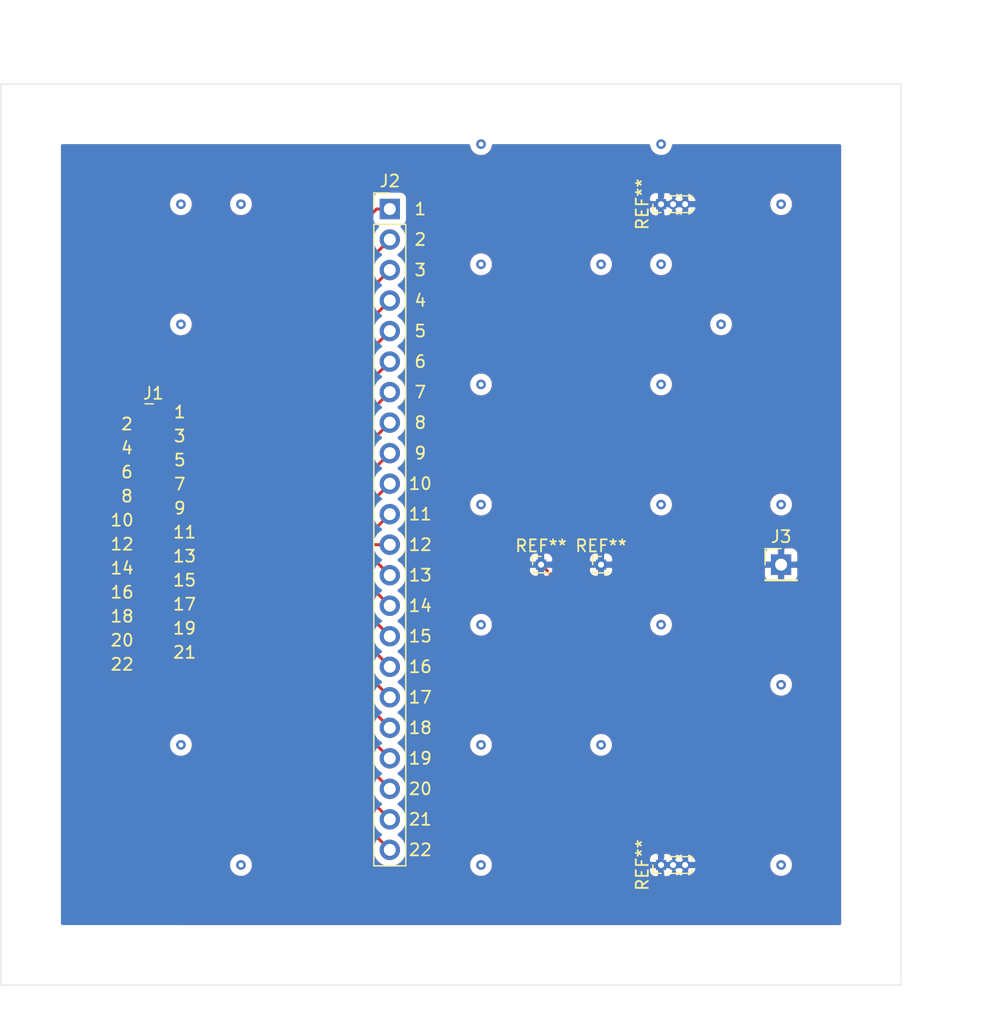
<source format=kicad_pcb>
(kicad_pcb (version 20171130) (host pcbnew "(5.1.10)-1")

  (general
    (thickness 1.6)
    (drawings 6)
    (tracks 73)
    (zones 0)
    (modules 7)
    (nets 24)
  )

  (page A4)
  (layers
    (0 F.Cu signal)
    (31 B.Cu signal)
    (32 B.Adhes user)
    (33 F.Adhes user)
    (34 B.Paste user)
    (35 F.Paste user)
    (36 B.SilkS user)
    (37 F.SilkS user)
    (38 B.Mask user)
    (39 F.Mask user)
    (40 Dwgs.User user)
    (41 Cmts.User user)
    (42 Eco1.User user)
    (43 Eco2.User user)
    (44 Edge.Cuts user)
    (45 Margin user)
    (46 B.CrtYd user)
    (47 F.CrtYd user)
    (48 B.Fab user)
    (49 F.Fab user)
  )

  (setup
    (last_trace_width 0.25)
    (trace_clearance 0.2)
    (zone_clearance 0.508)
    (zone_45_only no)
    (trace_min 0.2)
    (via_size 0.8)
    (via_drill 0.4)
    (via_min_size 0.4)
    (via_min_drill 0.3)
    (uvia_size 0.3)
    (uvia_drill 0.1)
    (uvias_allowed no)
    (uvia_min_size 0.2)
    (uvia_min_drill 0.1)
    (edge_width 0.05)
    (segment_width 0.2)
    (pcb_text_width 0.3)
    (pcb_text_size 1.5 1.5)
    (mod_edge_width 0.12)
    (mod_text_size 1 1)
    (mod_text_width 0.15)
    (pad_size 0.85 0.85)
    (pad_drill 0.5)
    (pad_to_mask_clearance 0)
    (aux_axis_origin 0 0)
    (visible_elements FFFFFF7F)
    (pcbplotparams
      (layerselection 0x010fc_ffffffff)
      (usegerberextensions false)
      (usegerberattributes true)
      (usegerberadvancedattributes true)
      (creategerberjobfile true)
      (excludeedgelayer true)
      (linewidth 0.100000)
      (plotframeref false)
      (viasonmask false)
      (mode 1)
      (useauxorigin false)
      (hpglpennumber 1)
      (hpglpenspeed 20)
      (hpglpendiameter 15.000000)
      (psnegative false)
      (psa4output false)
      (plotreference true)
      (plotvalue true)
      (plotinvisibletext false)
      (padsonsilk false)
      (subtractmaskfromsilk false)
      (outputformat 1)
      (mirror false)
      (drillshape 0)
      (scaleselection 1)
      (outputdirectory "./"))
  )

  (net 0 "")
  (net 1 "Net-(J1-Pad1)")
  (net 2 "Net-(J1-Pad2)")
  (net 3 "Net-(J1-Pad3)")
  (net 4 "Net-(J1-Pad4)")
  (net 5 "Net-(J1-Pad5)")
  (net 6 "Net-(J1-Pad6)")
  (net 7 "Net-(J1-Pad7)")
  (net 8 "Net-(J1-Pad8)")
  (net 9 "Net-(J1-Pad9)")
  (net 10 "Net-(J1-Pad10)")
  (net 11 "Net-(J1-Pad11)")
  (net 12 "Net-(J1-Pad12)")
  (net 13 "Net-(J1-Pad13)")
  (net 14 "Net-(J1-Pad14)")
  (net 15 "Net-(J1-Pad15)")
  (net 16 "Net-(J1-Pad16)")
  (net 17 "Net-(J1-Pad17)")
  (net 18 "Net-(J1-Pad18)")
  (net 19 "Net-(J1-Pad19)")
  (net 20 "Net-(J1-Pad20)")
  (net 21 "Net-(J1-Pad21)")
  (net 22 "Net-(J1-Pad22)")
  (net 23 GND)

  (net_class Default "This is the default net class."
    (clearance 0.2)
    (trace_width 0.25)
    (via_dia 0.8)
    (via_drill 0.4)
    (uvia_dia 0.3)
    (uvia_drill 0.1)
    (add_net GND)
    (add_net "Net-(J1-Pad1)")
    (add_net "Net-(J1-Pad10)")
    (add_net "Net-(J1-Pad11)")
    (add_net "Net-(J1-Pad12)")
    (add_net "Net-(J1-Pad13)")
    (add_net "Net-(J1-Pad14)")
    (add_net "Net-(J1-Pad15)")
    (add_net "Net-(J1-Pad16)")
    (add_net "Net-(J1-Pad17)")
    (add_net "Net-(J1-Pad18)")
    (add_net "Net-(J1-Pad19)")
    (add_net "Net-(J1-Pad2)")
    (add_net "Net-(J1-Pad20)")
    (add_net "Net-(J1-Pad21)")
    (add_net "Net-(J1-Pad22)")
    (add_net "Net-(J1-Pad3)")
    (add_net "Net-(J1-Pad4)")
    (add_net "Net-(J1-Pad5)")
    (add_net "Net-(J1-Pad6)")
    (add_net "Net-(J1-Pad7)")
    (add_net "Net-(J1-Pad8)")
    (add_net "Net-(J1-Pad9)")
  )

  (module Connector_PinHeader_1.00mm:PinHeader_1x22_P1.00mm_Vertical (layer F.Cu) (tedit 60DDA165) (tstamp 60DDE969)
    (at 112.7 87.3)
    (descr "Through hole straight pin header, 1x22, 1.00mm pitch, single row")
    (tags "Through hole pin header THT 1x22 1.00mm single row")
    (path /60DD8AAC)
    (fp_text reference J1 (at 0 -1.56) (layer F.SilkS)
      (effects (font (size 1 1) (thickness 0.15)))
    )
    (fp_text value Conn_01x22_Male (at 0 22.56) (layer F.Fab)
      (effects (font (size 1 1) (thickness 0.15)))
    )
    (fp_text user 22 (at -2.6 21) (layer F.SilkS)
      (effects (font (size 1 1) (thickness 0.15)))
    )
    (fp_text user 20 (at -2.6 19) (layer F.SilkS)
      (effects (font (size 1 1) (thickness 0.15)))
    )
    (fp_text user 18 (at -2.6 17) (layer F.SilkS)
      (effects (font (size 1 1) (thickness 0.15)))
    )
    (fp_text user 16 (at -2.6 15) (layer F.SilkS)
      (effects (font (size 1 1) (thickness 0.15)))
    )
    (fp_line (start 1.15 -1) (end -1.15 -1) (layer F.CrtYd) (width 0.05))
    (fp_line (start 1.15 22) (end 1.15 -1) (layer F.CrtYd) (width 0.05))
    (fp_line (start -1.15 22) (end 1.15 22) (layer F.CrtYd) (width 0.05))
    (fp_line (start -1.15 -1) (end -1.15 22) (layer F.CrtYd) (width 0.05))
    (fp_line (start -0.695 -0.685) (end 0 -0.685) (layer F.SilkS) (width 0.12))
    (fp_line (start -0.635 -0.1825) (end -0.3175 -0.5) (layer F.Fab) (width 0.1))
    (fp_line (start -0.635 21.5) (end -0.635 -0.1825) (layer F.Fab) (width 0.1))
    (fp_line (start 0.635 21.5) (end -0.635 21.5) (layer F.Fab) (width 0.1))
    (fp_line (start 0.635 -0.5) (end 0.635 21.5) (layer F.Fab) (width 0.1))
    (fp_line (start -0.3175 -0.5) (end 0.635 -0.5) (layer F.Fab) (width 0.1))
    (fp_text user %R (at 0 10.5 90) (layer F.Fab)
      (effects (font (size 0.76 0.76) (thickness 0.114)))
    )
    (fp_text user 1 (at 2.2 0) (layer F.SilkS)
      (effects (font (size 1 1) (thickness 0.15)))
    )
    (fp_text user 3 (at 2.2 2) (layer F.SilkS)
      (effects (font (size 1 1) (thickness 0.15)))
    )
    (fp_text user 5 (at 2.2 4) (layer F.SilkS)
      (effects (font (size 1 1) (thickness 0.15)))
    )
    (fp_text user 7 (at 2.2 6) (layer F.SilkS)
      (effects (font (size 1 1) (thickness 0.15)))
    )
    (fp_text user 9 (at 2.2 8) (layer F.SilkS)
      (effects (font (size 1 1) (thickness 0.15)))
    )
    (fp_text user 11 (at 2.6 10) (layer F.SilkS)
      (effects (font (size 1 1) (thickness 0.15)))
    )
    (fp_text user 13 (at 2.6 12) (layer F.SilkS)
      (effects (font (size 1 1) (thickness 0.15)))
    )
    (fp_text user 15 (at 2.6 14) (layer F.SilkS)
      (effects (font (size 1 1) (thickness 0.15)))
    )
    (fp_text user 17 (at 2.6 16) (layer F.SilkS)
      (effects (font (size 1 1) (thickness 0.15)))
    )
    (fp_text user 19 (at 2.6 18) (layer F.SilkS)
      (effects (font (size 1 1) (thickness 0.15)))
    )
    (fp_text user 21 (at 2.6 20) (layer F.SilkS)
      (effects (font (size 1 1) (thickness 0.15)))
    )
    (fp_text user 2 (at -2.2 1) (layer F.SilkS)
      (effects (font (size 1 1) (thickness 0.15)))
    )
    (fp_text user 4 (at -2.2 3) (layer F.SilkS)
      (effects (font (size 1 1) (thickness 0.15)))
    )
    (fp_text user 6 (at -2.2 5) (layer F.SilkS)
      (effects (font (size 1 1) (thickness 0.15)))
    )
    (fp_text user 8 (at -2.2 7) (layer F.SilkS)
      (effects (font (size 1 1) (thickness 0.15)))
    )
    (fp_text user 10 (at -2.6 9) (layer F.SilkS)
      (effects (font (size 1 1) (thickness 0.15)))
    )
    (fp_text user 12 (at -2.6 11) (layer F.SilkS)
      (effects (font (size 1 1) (thickness 0.15)))
    )
    (fp_text user 14 (at -2.6 13) (layer F.SilkS)
      (effects (font (size 1 1) (thickness 0.15)))
    )
    (pad 1 smd rect (at 0 0) (size 3 0.65) (layers F.Cu F.Paste F.Mask)
      (net 1 "Net-(J1-Pad1)"))
    (pad 2 smd oval (at 0 1) (size 3 0.65) (layers F.Cu F.Paste F.Mask)
      (net 2 "Net-(J1-Pad2)"))
    (pad 3 smd oval (at 0 2) (size 3 0.65) (layers F.Cu F.Paste F.Mask)
      (net 3 "Net-(J1-Pad3)"))
    (pad 4 smd oval (at 0 3) (size 3 0.65) (layers F.Cu F.Paste F.Mask)
      (net 4 "Net-(J1-Pad4)"))
    (pad 5 smd oval (at 0 4) (size 3 0.65) (layers F.Cu F.Paste F.Mask)
      (net 5 "Net-(J1-Pad5)"))
    (pad 6 smd oval (at 0 5) (size 3 0.65) (layers F.Cu F.Paste F.Mask)
      (net 6 "Net-(J1-Pad6)"))
    (pad 7 smd oval (at 0 6) (size 3 0.65) (layers F.Cu F.Paste F.Mask)
      (net 7 "Net-(J1-Pad7)"))
    (pad 8 smd oval (at 0 7) (size 3 0.65) (layers F.Cu F.Paste F.Mask)
      (net 8 "Net-(J1-Pad8)"))
    (pad 9 smd oval (at 0 8) (size 3 0.65) (layers F.Cu F.Paste F.Mask)
      (net 9 "Net-(J1-Pad9)"))
    (pad 10 smd oval (at 0 9) (size 3 0.65) (layers F.Cu F.Paste F.Mask)
      (net 10 "Net-(J1-Pad10)"))
    (pad 11 smd oval (at 0 10) (size 3 0.65) (layers F.Cu F.Paste F.Mask)
      (net 11 "Net-(J1-Pad11)"))
    (pad 12 smd oval (at 0 11) (size 3 0.65) (layers F.Cu F.Paste F.Mask)
      (net 12 "Net-(J1-Pad12)"))
    (pad 13 smd oval (at 0 12) (size 3 0.65) (layers F.Cu F.Paste F.Mask)
      (net 13 "Net-(J1-Pad13)"))
    (pad 14 smd oval (at 0 13) (size 3 0.65) (layers F.Cu F.Paste F.Mask)
      (net 14 "Net-(J1-Pad14)"))
    (pad 15 smd oval (at 0 14) (size 3 0.65) (layers F.Cu F.Paste F.Mask)
      (net 15 "Net-(J1-Pad15)"))
    (pad 16 smd oval (at 0 15) (size 3 0.65) (layers F.Cu F.Paste F.Mask)
      (net 16 "Net-(J1-Pad16)"))
    (pad 17 smd oval (at 0 16) (size 3 0.65) (layers F.Cu F.Paste F.Mask)
      (net 17 "Net-(J1-Pad17)"))
    (pad 18 smd oval (at 0 17) (size 3 0.65) (layers F.Cu F.Paste F.Mask)
      (net 18 "Net-(J1-Pad18)"))
    (pad 19 smd oval (at 0 18) (size 3 0.65) (layers F.Cu F.Paste F.Mask)
      (net 19 "Net-(J1-Pad19)"))
    (pad 20 smd oval (at 0 19) (size 3 0.65) (layers F.Cu F.Paste F.Mask)
      (net 20 "Net-(J1-Pad20)"))
    (pad 21 smd oval (at 0 20) (size 3 0.65) (layers F.Cu F.Paste F.Mask)
      (net 21 "Net-(J1-Pad21)"))
    (pad 22 smd oval (at 0 21) (size 3 0.65) (layers F.Cu F.Paste F.Mask)
      (net 22 "Net-(J1-Pad22)"))
    (model ${KISYS3DMOD}/Connector_PinHeader_1.00mm.3dshapes/PinHeader_1x22_P1.00mm_Vertical.wrl
      (at (xyz 0 0 0))
      (scale (xyz 1 1 1))
      (rotate (xyz 0 0 0))
    )
  )

  (module Connector_PinHeader_1.00mm:PinHeader_1x03_P1.00mm_Vertical (layer F.Cu) (tedit 60DDA07B) (tstamp 60DE575B)
    (at 155 125 90)
    (descr "Through hole straight pin header, 1x03, 1.00mm pitch, single row")
    (tags "Through hole pin header THT 1x03 1.00mm single row")
    (fp_text reference REF** (at 0 -1.56 90) (layer F.SilkS)
      (effects (font (size 1 1) (thickness 0.15)))
    )
    (fp_text value PinHeader_1x03_P1.00mm_Vertical (at 0 3.56 90) (layer F.Fab)
      (effects (font (size 1 1) (thickness 0.15)))
    )
    (fp_line (start 1.15 -1) (end -1.15 -1) (layer F.CrtYd) (width 0.05))
    (fp_line (start 1.15 3) (end 1.15 -1) (layer F.CrtYd) (width 0.05))
    (fp_line (start -1.15 3) (end 1.15 3) (layer F.CrtYd) (width 0.05))
    (fp_line (start -1.15 -1) (end -1.15 3) (layer F.CrtYd) (width 0.05))
    (fp_line (start -0.695 -0.685) (end 0 -0.685) (layer F.SilkS) (width 0.12))
    (fp_line (start -0.695 0) (end -0.695 -0.685) (layer F.SilkS) (width 0.12))
    (fp_line (start 0.608276 0.685) (end 0.695 0.685) (layer F.SilkS) (width 0.12))
    (fp_line (start -0.695 0.685) (end -0.608276 0.685) (layer F.SilkS) (width 0.12))
    (fp_line (start 0.695 0.685) (end 0.695 2.56) (layer F.SilkS) (width 0.12))
    (fp_line (start -0.695 0.685) (end -0.695 2.56) (layer F.SilkS) (width 0.12))
    (fp_line (start 0.394493 2.56) (end 0.695 2.56) (layer F.SilkS) (width 0.12))
    (fp_line (start -0.695 2.56) (end -0.394493 2.56) (layer F.SilkS) (width 0.12))
    (fp_line (start -0.635 -0.1825) (end -0.3175 -0.5) (layer F.Fab) (width 0.1))
    (fp_line (start -0.635 2.5) (end -0.635 -0.1825) (layer F.Fab) (width 0.1))
    (fp_line (start 0.635 2.5) (end -0.635 2.5) (layer F.Fab) (width 0.1))
    (fp_line (start 0.635 -0.5) (end 0.635 2.5) (layer F.Fab) (width 0.1))
    (fp_line (start -0.3175 -0.5) (end 0.635 -0.5) (layer F.Fab) (width 0.1))
    (pad 1 thru_hole rect (at 0 0 90) (size 0.85 0.85) (drill 0.5) (layers *.Cu *.Mask)
      (net 23 GND))
    (pad 2 thru_hole oval (at 0 1 90) (size 0.85 0.85) (drill 0.5) (layers *.Cu *.Mask)
      (net 23 GND))
    (pad 3 thru_hole oval (at 0 2 90) (size 0.85 0.85) (drill 0.5) (layers *.Cu *.Mask)
      (net 23 GND))
    (model ${KISYS3DMOD}/Connector_PinHeader_1.00mm.3dshapes/PinHeader_1x03_P1.00mm_Vertical.wrl
      (at (xyz 0 0 0))
      (scale (xyz 1 1 1))
      (rotate (xyz 0 0 0))
    )
  )

  (module Connector_PinHeader_1.00mm:PinHeader_1x03_P1.00mm_Vertical (layer F.Cu) (tedit 60DDA099) (tstamp 60DE57EB)
    (at 155 70 90)
    (descr "Through hole straight pin header, 1x03, 1.00mm pitch, single row")
    (tags "Through hole pin header THT 1x03 1.00mm single row")
    (fp_text reference REF** (at 0 -1.56 90) (layer F.SilkS)
      (effects (font (size 1 1) (thickness 0.15)))
    )
    (fp_text value PinHeader_1x03_P1.00mm_Vertical (at 0 3.56 90) (layer F.Fab)
      (effects (font (size 1 1) (thickness 0.15)))
    )
    (fp_line (start 1.15 -1) (end -1.15 -1) (layer F.CrtYd) (width 0.05))
    (fp_line (start 1.15 3) (end 1.15 -1) (layer F.CrtYd) (width 0.05))
    (fp_line (start -1.15 3) (end 1.15 3) (layer F.CrtYd) (width 0.05))
    (fp_line (start -1.15 -1) (end -1.15 3) (layer F.CrtYd) (width 0.05))
    (fp_line (start -0.695 -0.685) (end 0 -0.685) (layer F.SilkS) (width 0.12))
    (fp_line (start -0.695 0) (end -0.695 -0.685) (layer F.SilkS) (width 0.12))
    (fp_line (start 0.608276 0.685) (end 0.695 0.685) (layer F.SilkS) (width 0.12))
    (fp_line (start -0.695 0.685) (end -0.608276 0.685) (layer F.SilkS) (width 0.12))
    (fp_line (start 0.695 0.685) (end 0.695 2.56) (layer F.SilkS) (width 0.12))
    (fp_line (start -0.695 0.685) (end -0.695 2.56) (layer F.SilkS) (width 0.12))
    (fp_line (start 0.394493 2.56) (end 0.695 2.56) (layer F.SilkS) (width 0.12))
    (fp_line (start -0.695 2.56) (end -0.394493 2.56) (layer F.SilkS) (width 0.12))
    (fp_line (start -0.635 -0.1825) (end -0.3175 -0.5) (layer F.Fab) (width 0.1))
    (fp_line (start -0.635 2.5) (end -0.635 -0.1825) (layer F.Fab) (width 0.1))
    (fp_line (start 0.635 2.5) (end -0.635 2.5) (layer F.Fab) (width 0.1))
    (fp_line (start 0.635 -0.5) (end 0.635 2.5) (layer F.Fab) (width 0.1))
    (fp_line (start -0.3175 -0.5) (end 0.635 -0.5) (layer F.Fab) (width 0.1))
    (fp_text user %R (at 0 1) (layer F.Fab)
      (effects (font (size 0.76 0.76) (thickness 0.114)))
    )
    (pad 1 thru_hole rect (at 0 0 90) (size 0.85 0.85) (drill 0.5) (layers *.Cu *.Mask)
      (net 23 GND))
    (pad 2 thru_hole oval (at 0 1 90) (size 0.85 0.85) (drill 0.5) (layers *.Cu *.Mask)
      (net 23 GND))
    (pad 3 thru_hole oval (at 0 2 90) (size 0.85 0.85) (drill 0.5) (layers *.Cu *.Mask)
      (net 23 GND))
    (model ${KISYS3DMOD}/Connector_PinHeader_1.00mm.3dshapes/PinHeader_1x03_P1.00mm_Vertical.wrl
      (at (xyz 0 0 0))
      (scale (xyz 1 1 1))
      (rotate (xyz 0 0 0))
    )
  )

  (module Connector_PinHeader_1.00mm:PinHeader_1x01_P1.00mm_Vertical (layer F.Cu) (tedit 60DDA054) (tstamp 60DE5305)
    (at 150 100)
    (descr "Through hole straight pin header, 1x01, 1.00mm pitch, single row")
    (tags "Through hole pin header THT 1x01 1.00mm single row")
    (fp_text reference REF** (at 0 -1.56) (layer F.SilkS)
      (effects (font (size 1 1) (thickness 0.15)))
    )
    (fp_text value PinHeader_1x01_P1.00mm_Vertical (at 0 1.56) (layer F.Fab)
      (effects (font (size 1 1) (thickness 0.15)))
    )
    (fp_line (start 1.15 -1) (end -1.15 -1) (layer F.CrtYd) (width 0.05))
    (fp_line (start 1.15 1) (end 1.15 -1) (layer F.CrtYd) (width 0.05))
    (fp_line (start -1.15 1) (end 1.15 1) (layer F.CrtYd) (width 0.05))
    (fp_line (start -1.15 -1) (end -1.15 1) (layer F.CrtYd) (width 0.05))
    (fp_line (start -0.695 -0.685) (end 0 -0.685) (layer F.SilkS) (width 0.12))
    (fp_line (start -0.695 0) (end -0.695 -0.685) (layer F.SilkS) (width 0.12))
    (fp_line (start 0.608276 0.685) (end 0.695 0.685) (layer F.SilkS) (width 0.12))
    (fp_line (start -0.695 0.685) (end -0.608276 0.685) (layer F.SilkS) (width 0.12))
    (fp_line (start 0.695 0.685) (end 0.695 0.56) (layer F.SilkS) (width 0.12))
    (fp_line (start -0.695 0.685) (end -0.695 0.56) (layer F.SilkS) (width 0.12))
    (fp_line (start -0.695 0.685) (end 0.695 0.685) (layer F.SilkS) (width 0.12))
    (fp_line (start -0.635 -0.1825) (end -0.3175 -0.5) (layer F.Fab) (width 0.1))
    (fp_line (start -0.635 0.5) (end -0.635 -0.1825) (layer F.Fab) (width 0.1))
    (fp_line (start 0.635 0.5) (end -0.635 0.5) (layer F.Fab) (width 0.1))
    (fp_line (start 0.635 -0.5) (end 0.635 0.5) (layer F.Fab) (width 0.1))
    (fp_line (start -0.3175 -0.5) (end 0.635 -0.5) (layer F.Fab) (width 0.1))
    (fp_text user %R (at 0 0 90) (layer F.Fab)
      (effects (font (size 0.76 0.76) (thickness 0.114)))
    )
    (pad 1 thru_hole rect (at 0 0) (size 0.85 0.85) (drill 0.5) (layers *.Cu *.Mask)
      (net 23 GND))
    (model ${KISYS3DMOD}/Connector_PinHeader_1.00mm.3dshapes/PinHeader_1x01_P1.00mm_Vertical.wrl
      (at (xyz 0 0 0))
      (scale (xyz 1 1 1))
      (rotate (xyz 0 0 0))
    )
  )

  (module Connector_PinHeader_1.00mm:PinHeader_1x01_P1.00mm_Vertical (layer F.Cu) (tedit 60DDA061) (tstamp 60DE529B)
    (at 145 100)
    (descr "Through hole straight pin header, 1x01, 1.00mm pitch, single row")
    (tags "Through hole pin header THT 1x01 1.00mm single row")
    (fp_text reference REF** (at 0 -1.56) (layer F.SilkS)
      (effects (font (size 1 1) (thickness 0.15)))
    )
    (fp_text value PinHeader_1x01_P1.00mm_Vertical (at 0 1.56) (layer F.Fab)
      (effects (font (size 1 1) (thickness 0.15)))
    )
    (fp_line (start 1.15 -1) (end -1.15 -1) (layer F.CrtYd) (width 0.05))
    (fp_line (start 1.15 1) (end 1.15 -1) (layer F.CrtYd) (width 0.05))
    (fp_line (start -1.15 1) (end 1.15 1) (layer F.CrtYd) (width 0.05))
    (fp_line (start -1.15 -1) (end -1.15 1) (layer F.CrtYd) (width 0.05))
    (fp_line (start -0.695 -0.685) (end 0 -0.685) (layer F.SilkS) (width 0.12))
    (fp_line (start -0.695 0) (end -0.695 -0.685) (layer F.SilkS) (width 0.12))
    (fp_line (start 0.608276 0.685) (end 0.695 0.685) (layer F.SilkS) (width 0.12))
    (fp_line (start -0.695 0.685) (end -0.608276 0.685) (layer F.SilkS) (width 0.12))
    (fp_line (start 0.695 0.685) (end 0.695 0.56) (layer F.SilkS) (width 0.12))
    (fp_line (start -0.695 0.685) (end -0.695 0.56) (layer F.SilkS) (width 0.12))
    (fp_line (start -0.695 0.685) (end 0.695 0.685) (layer F.SilkS) (width 0.12))
    (fp_line (start -0.635 -0.1825) (end -0.3175 -0.5) (layer F.Fab) (width 0.1))
    (fp_line (start -0.635 0.5) (end -0.635 -0.1825) (layer F.Fab) (width 0.1))
    (fp_line (start 0.635 0.5) (end -0.635 0.5) (layer F.Fab) (width 0.1))
    (fp_line (start 0.635 -0.5) (end 0.635 0.5) (layer F.Fab) (width 0.1))
    (fp_line (start -0.3175 -0.5) (end 0.635 -0.5) (layer F.Fab) (width 0.1))
    (fp_text user %R (at 0 0 90) (layer F.Fab)
      (effects (font (size 0.76 0.76) (thickness 0.114)))
    )
    (pad 1 thru_hole rect (at 0 0) (size 0.85 0.85) (drill 0.5) (layers *.Cu *.Mask)
      (net 23 GND))
    (model ${KISYS3DMOD}/Connector_PinHeader_1.00mm.3dshapes/PinHeader_1x01_P1.00mm_Vertical.wrl
      (at (xyz 0 0 0))
      (scale (xyz 1 1 1))
      (rotate (xyz 0 0 0))
    )
  )

  (module Connector_PinHeader_2.54mm:PinHeader_1x22_P2.54mm_Vertical (layer F.Cu) (tedit 60DD9A67) (tstamp 60DDE993)
    (at 132.4 70.4)
    (descr "Through hole straight pin header, 1x22, 2.54mm pitch, single row")
    (tags "Through hole pin header THT 1x22 2.54mm single row")
    (path /60DDF764)
    (fp_text reference J2 (at 0 -2.33) (layer F.SilkS)
      (effects (font (size 1 1) (thickness 0.15)))
    )
    (fp_text value Conn_01x22_Male (at 0 55.67) (layer F.Fab)
      (effects (font (size 1 1) (thickness 0.15)))
    )
    (fp_text user 22 (at 2.54 53.34) (layer F.SilkS)
      (effects (font (size 1 1) (thickness 0.15)))
    )
    (fp_text user 21 (at 2.54 50.8) (layer F.SilkS)
      (effects (font (size 1 1) (thickness 0.15)))
    )
    (fp_text user 20 (at 2.54 48.26) (layer F.SilkS)
      (effects (font (size 1 1) (thickness 0.15)))
    )
    (fp_text user 19 (at 2.54 45.72) (layer F.SilkS)
      (effects (font (size 1 1) (thickness 0.15)))
    )
    (fp_text user 18 (at 2.54 43.18) (layer F.SilkS)
      (effects (font (size 1 1) (thickness 0.15)))
    )
    (fp_text user 17 (at 2.54 40.64) (layer F.SilkS)
      (effects (font (size 1 1) (thickness 0.15)))
    )
    (fp_text user 16 (at 2.54 38.1) (layer F.SilkS)
      (effects (font (size 1 1) (thickness 0.15)))
    )
    (fp_text user 15 (at 2.54 35.56) (layer F.SilkS)
      (effects (font (size 1 1) (thickness 0.15)))
    )
    (fp_text user 14 (at 2.54 33.02) (layer F.SilkS)
      (effects (font (size 1 1) (thickness 0.15)))
    )
    (fp_text user 13 (at 2.54 30.48) (layer F.SilkS)
      (effects (font (size 1 1) (thickness 0.15)))
    )
    (fp_text user 12 (at 2.54 27.94) (layer F.SilkS)
      (effects (font (size 1 1) (thickness 0.15)))
    )
    (fp_text user 11 (at 2.54 25.4) (layer F.SilkS)
      (effects (font (size 1 1) (thickness 0.15)))
    )
    (fp_text user 10 (at 2.54 22.86) (layer F.SilkS)
      (effects (font (size 1 1) (thickness 0.15)))
    )
    (fp_text user 9 (at 2.54 20.32) (layer F.SilkS)
      (effects (font (size 1 1) (thickness 0.15)))
    )
    (fp_text user 8 (at 2.54 17.78) (layer F.SilkS)
      (effects (font (size 1 1) (thickness 0.15)))
    )
    (fp_text user 7 (at 2.54 15.24) (layer F.SilkS)
      (effects (font (size 1 1) (thickness 0.15)))
    )
    (fp_text user 6 (at 2.54 12.7) (layer F.SilkS)
      (effects (font (size 1 1) (thickness 0.15)))
    )
    (fp_text user 5 (at 2.54 10.16) (layer F.SilkS)
      (effects (font (size 1 1) (thickness 0.15)))
    )
    (fp_text user 4 (at 2.54 7.62) (layer F.SilkS)
      (effects (font (size 1 1) (thickness 0.15)))
    )
    (fp_text user 3 (at 2.54 5.08) (layer F.SilkS)
      (effects (font (size 1 1) (thickness 0.15)))
    )
    (fp_text user 2 (at 2.54 2.54) (layer F.SilkS)
      (effects (font (size 1 1) (thickness 0.15)))
    )
    (fp_text user 1 (at 2.54 0) (layer F.SilkS)
      (effects (font (size 1 1) (thickness 0.15)))
    )
    (fp_text user %R (at 0 26.67 90) (layer F.Fab)
      (effects (font (size 1 1) (thickness 0.15)))
    )
    (fp_line (start -0.635 -1.27) (end 1.27 -1.27) (layer F.Fab) (width 0.1))
    (fp_line (start 1.27 -1.27) (end 1.27 54.61) (layer F.Fab) (width 0.1))
    (fp_line (start 1.27 54.61) (end -1.27 54.61) (layer F.Fab) (width 0.1))
    (fp_line (start -1.27 54.61) (end -1.27 -0.635) (layer F.Fab) (width 0.1))
    (fp_line (start -1.27 -0.635) (end -0.635 -1.27) (layer F.Fab) (width 0.1))
    (fp_line (start -1.33 54.67) (end 1.33 54.67) (layer F.SilkS) (width 0.12))
    (fp_line (start -1.33 1.27) (end -1.33 54.67) (layer F.SilkS) (width 0.12))
    (fp_line (start 1.33 1.27) (end 1.33 54.67) (layer F.SilkS) (width 0.12))
    (fp_line (start -1.33 1.27) (end 1.33 1.27) (layer F.SilkS) (width 0.12))
    (fp_line (start -1.33 0) (end -1.33 -1.33) (layer F.SilkS) (width 0.12))
    (fp_line (start -1.33 -1.33) (end 0 -1.33) (layer F.SilkS) (width 0.12))
    (fp_line (start -1.8 -1.8) (end -1.8 55.15) (layer F.CrtYd) (width 0.05))
    (fp_line (start -1.8 55.15) (end 1.8 55.15) (layer F.CrtYd) (width 0.05))
    (fp_line (start 1.8 55.15) (end 1.8 -1.8) (layer F.CrtYd) (width 0.05))
    (fp_line (start 1.8 -1.8) (end -1.8 -1.8) (layer F.CrtYd) (width 0.05))
    (pad 22 thru_hole oval (at 0 53.34) (size 1.7 1.7) (drill 1) (layers *.Cu *.Mask)
      (net 22 "Net-(J1-Pad22)"))
    (pad 21 thru_hole oval (at 0 50.8) (size 1.7 1.7) (drill 1) (layers *.Cu *.Mask)
      (net 21 "Net-(J1-Pad21)"))
    (pad 20 thru_hole oval (at 0 48.26) (size 1.7 1.7) (drill 1) (layers *.Cu *.Mask)
      (net 20 "Net-(J1-Pad20)"))
    (pad 19 thru_hole oval (at 0 45.72) (size 1.7 1.7) (drill 1) (layers *.Cu *.Mask)
      (net 19 "Net-(J1-Pad19)"))
    (pad 18 thru_hole oval (at 0 43.18) (size 1.7 1.7) (drill 1) (layers *.Cu *.Mask)
      (net 18 "Net-(J1-Pad18)"))
    (pad 17 thru_hole oval (at 0 40.64) (size 1.7 1.7) (drill 1) (layers *.Cu *.Mask)
      (net 17 "Net-(J1-Pad17)"))
    (pad 16 thru_hole oval (at 0 38.1) (size 1.7 1.7) (drill 1) (layers *.Cu *.Mask)
      (net 16 "Net-(J1-Pad16)"))
    (pad 15 thru_hole oval (at 0 35.56) (size 1.7 1.7) (drill 1) (layers *.Cu *.Mask)
      (net 15 "Net-(J1-Pad15)"))
    (pad 14 thru_hole oval (at 0 33.02) (size 1.7 1.7) (drill 1) (layers *.Cu *.Mask)
      (net 14 "Net-(J1-Pad14)"))
    (pad 13 thru_hole oval (at 0 30.48) (size 1.7 1.7) (drill 1) (layers *.Cu *.Mask)
      (net 13 "Net-(J1-Pad13)"))
    (pad 12 thru_hole oval (at 0 27.94) (size 1.7 1.7) (drill 1) (layers *.Cu *.Mask)
      (net 12 "Net-(J1-Pad12)"))
    (pad 11 thru_hole oval (at 0 25.4) (size 1.7 1.7) (drill 1) (layers *.Cu *.Mask)
      (net 11 "Net-(J1-Pad11)"))
    (pad 10 thru_hole oval (at 0 22.86) (size 1.7 1.7) (drill 1) (layers *.Cu *.Mask)
      (net 10 "Net-(J1-Pad10)"))
    (pad 9 thru_hole oval (at 0 20.32) (size 1.7 1.7) (drill 1) (layers *.Cu *.Mask)
      (net 9 "Net-(J1-Pad9)"))
    (pad 8 thru_hole oval (at 0 17.78) (size 1.7 1.7) (drill 1) (layers *.Cu *.Mask)
      (net 8 "Net-(J1-Pad8)"))
    (pad 7 thru_hole oval (at 0 15.24) (size 1.7 1.7) (drill 1) (layers *.Cu *.Mask)
      (net 7 "Net-(J1-Pad7)"))
    (pad 6 thru_hole oval (at 0 12.7) (size 1.7 1.7) (drill 1) (layers *.Cu *.Mask)
      (net 6 "Net-(J1-Pad6)"))
    (pad 5 thru_hole oval (at 0 10.16) (size 1.7 1.7) (drill 1) (layers *.Cu *.Mask)
      (net 5 "Net-(J1-Pad5)"))
    (pad 4 thru_hole oval (at 0 7.62) (size 1.7 1.7) (drill 1) (layers *.Cu *.Mask)
      (net 4 "Net-(J1-Pad4)"))
    (pad 3 thru_hole oval (at 0 5.08) (size 1.7 1.7) (drill 1) (layers *.Cu *.Mask)
      (net 3 "Net-(J1-Pad3)"))
    (pad 2 thru_hole oval (at 0 2.54) (size 1.7 1.7) (drill 1) (layers *.Cu *.Mask)
      (net 2 "Net-(J1-Pad2)"))
    (pad 1 thru_hole rect (at 0 0) (size 1.7 1.7) (drill 1) (layers *.Cu *.Mask)
      (net 1 "Net-(J1-Pad1)"))
    (model ${KISYS3DMOD}/Connector_PinHeader_2.54mm.3dshapes/PinHeader_1x22_P2.54mm_Vertical.wrl
      (at (xyz 0 0 0))
      (scale (xyz 1 1 1))
      (rotate (xyz 0 0 0))
    )
  )

  (module Connector_PinHeader_2.54mm:PinHeader_1x01_P2.54mm_Vertical (layer F.Cu) (tedit 59FED5CC) (tstamp 60DE610B)
    (at 165 100)
    (descr "Through hole straight pin header, 1x01, 2.54mm pitch, single row")
    (tags "Through hole pin header THT 1x01 2.54mm single row")
    (path /60DEF2F6)
    (fp_text reference J3 (at 0 -2.33) (layer F.SilkS)
      (effects (font (size 1 1) (thickness 0.15)))
    )
    (fp_text value Conn_01x01_Female (at 0 2.33) (layer F.Fab)
      (effects (font (size 1 1) (thickness 0.15)))
    )
    (fp_line (start 1.8 -1.8) (end -1.8 -1.8) (layer F.CrtYd) (width 0.05))
    (fp_line (start 1.8 1.8) (end 1.8 -1.8) (layer F.CrtYd) (width 0.05))
    (fp_line (start -1.8 1.8) (end 1.8 1.8) (layer F.CrtYd) (width 0.05))
    (fp_line (start -1.8 -1.8) (end -1.8 1.8) (layer F.CrtYd) (width 0.05))
    (fp_line (start -1.33 -1.33) (end 0 -1.33) (layer F.SilkS) (width 0.12))
    (fp_line (start -1.33 0) (end -1.33 -1.33) (layer F.SilkS) (width 0.12))
    (fp_line (start -1.33 1.27) (end 1.33 1.27) (layer F.SilkS) (width 0.12))
    (fp_line (start 1.33 1.27) (end 1.33 1.33) (layer F.SilkS) (width 0.12))
    (fp_line (start -1.33 1.27) (end -1.33 1.33) (layer F.SilkS) (width 0.12))
    (fp_line (start -1.33 1.33) (end 1.33 1.33) (layer F.SilkS) (width 0.12))
    (fp_line (start -1.27 -0.635) (end -0.635 -1.27) (layer F.Fab) (width 0.1))
    (fp_line (start -1.27 1.27) (end -1.27 -0.635) (layer F.Fab) (width 0.1))
    (fp_line (start 1.27 1.27) (end -1.27 1.27) (layer F.Fab) (width 0.1))
    (fp_line (start 1.27 -1.27) (end 1.27 1.27) (layer F.Fab) (width 0.1))
    (fp_line (start -0.635 -1.27) (end 1.27 -1.27) (layer F.Fab) (width 0.1))
    (pad 1 thru_hole rect (at 0 0) (size 1.7 1.7) (drill 1) (layers *.Cu *.Mask)
      (net 23 GND))
    (model ${KISYS3DMOD}/Connector_PinHeader_2.54mm.3dshapes/PinHeader_1x01_P2.54mm_Vertical.wrl
      (at (xyz 0 0 0))
      (scale (xyz 1 1 1))
      (rotate (xyz 0 0 0))
    )
  )

  (dimension 75 (width 0.15) (layer Dwgs.User)
    (gr_text "75.000 mm" (at 181.3 97.5 270) (layer Dwgs.User)
      (effects (font (size 1 1) (thickness 0.15)))
    )
    (feature1 (pts (xy 175 135) (xy 180.586421 135)))
    (feature2 (pts (xy 175 60) (xy 180.586421 60)))
    (crossbar (pts (xy 180 60) (xy 180 135)))
    (arrow1a (pts (xy 180 135) (xy 179.413579 133.873496)))
    (arrow1b (pts (xy 180 135) (xy 180.586421 133.873496)))
    (arrow2a (pts (xy 180 60) (xy 179.413579 61.126504)))
    (arrow2b (pts (xy 180 60) (xy 180.586421 61.126504)))
  )
  (dimension 75 (width 0.15) (layer Dwgs.User)
    (gr_text "75.000 mm" (at 137.5 53.7) (layer Dwgs.User)
      (effects (font (size 1 1) (thickness 0.15)))
    )
    (feature1 (pts (xy 100 60) (xy 100 54.413579)))
    (feature2 (pts (xy 175 60) (xy 175 54.413579)))
    (crossbar (pts (xy 175 55) (xy 100 55)))
    (arrow1a (pts (xy 100 55) (xy 101.126504 54.413579)))
    (arrow1b (pts (xy 100 55) (xy 101.126504 55.586421)))
    (arrow2a (pts (xy 175 55) (xy 173.873496 54.413579)))
    (arrow2b (pts (xy 175 55) (xy 173.873496 55.586421)))
  )
  (gr_line (start 175 60) (end 100 60) (layer Edge.Cuts) (width 0.05) (tstamp 60DE3FE2))
  (gr_line (start 175 135) (end 175 60) (layer Edge.Cuts) (width 0.05))
  (gr_line (start 100 135) (end 175 135) (layer Edge.Cuts) (width 0.05))
  (gr_line (start 100 60) (end 100 135) (layer Edge.Cuts) (width 0.05))

  (via (at 165 125) (size 0.8) (drill 0.4) (layers F.Cu B.Cu) (net 0))
  (via (at 120 125) (size 0.8) (drill 0.4) (layers F.Cu B.Cu) (net 0))
  (via (at 120 70) (size 0.8) (drill 0.4) (layers F.Cu B.Cu) (net 0))
  (via (at 115 80) (size 0.8) (drill 0.4) (layers F.Cu B.Cu) (net 0))
  (via (at 115 70) (size 0.8) (drill 0.4) (layers F.Cu B.Cu) (net 0))
  (via (at 115 115) (size 0.8) (drill 0.4) (layers F.Cu B.Cu) (net 0))
  (via (at 140 125) (size 0.8) (drill 0.4) (layers F.Cu B.Cu) (net 0))
  (via (at 140 115) (size 0.8) (drill 0.4) (layers F.Cu B.Cu) (net 0))
  (via (at 140 105) (size 0.8) (drill 0.4) (layers F.Cu B.Cu) (net 0))
  (via (at 140 95) (size 0.8) (drill 0.4) (layers F.Cu B.Cu) (net 0))
  (via (at 140 85) (size 0.8) (drill 0.4) (layers F.Cu B.Cu) (net 0))
  (via (at 140 75) (size 0.8) (drill 0.4) (layers F.Cu B.Cu) (net 0))
  (via (at 140 65) (size 0.8) (drill 0.4) (layers F.Cu B.Cu) (net 0))
  (via (at 155 65) (size 0.8) (drill 0.4) (layers F.Cu B.Cu) (net 0))
  (via (at 155 75) (size 0.8) (drill 0.4) (layers F.Cu B.Cu) (net 0))
  (via (at 155 85) (size 0.8) (drill 0.4) (layers F.Cu B.Cu) (net 0))
  (via (at 155 95) (size 0.8) (drill 0.4) (layers F.Cu B.Cu) (net 0))
  (via (at 155 105) (size 0.8) (drill 0.4) (layers F.Cu B.Cu) (net 0))
  (via (at 150 115) (size 0.8) (drill 0.4) (layers F.Cu B.Cu) (net 0))
  (via (at 150 75) (size 0.8) (drill 0.4) (layers F.Cu B.Cu) (net 0))
  (via (at 160 80) (size 0.8) (drill 0.4) (layers F.Cu B.Cu) (net 0))
  (via (at 165 70) (size 0.8) (drill 0.4) (layers F.Cu B.Cu) (net 0))
  (via (at 165 95) (size 0.8) (drill 0.4) (layers F.Cu B.Cu) (net 0))
  (via (at 165 110) (size 0.8) (drill 0.4) (layers F.Cu B.Cu) (net 0))
  (segment (start 150 100) (end 145 100) (width 0.25) (layer F.Cu) (net 23) (status 1000000))
  (segment (start 145 100) (end 145 115) (width 0.25) (layer F.Cu) (net 23) (status 1000000))
  (segment (start 155 110) (end 145 100) (width 0.25) (layer F.Cu) (net 23) (status 1000000))
  (segment (start 155 125) (end 155 110) (width 0.25) (layer F.Cu) (net 23) (status 1000000))
  (segment (start 131.3 70.4) (end 114.4 87.3) (width 0.25) (layer F.Cu) (net 1))
  (segment (start 114.4 87.3) (end 112.7 87.3) (width 0.25) (layer F.Cu) (net 1))
  (segment (start 132.4 70.4) (end 131.3 70.4) (width 0.25) (layer F.Cu) (net 1))
  (segment (start 117.04 88.3) (end 112.7 88.3) (width 0.25) (layer F.Cu) (net 2))
  (segment (start 132.4 72.94) (end 117.04 88.3) (width 0.25) (layer F.Cu) (net 2))
  (segment (start 118.58 89.3) (end 112.7 89.3) (width 0.25) (layer F.Cu) (net 3))
  (segment (start 132.4 75.48) (end 118.58 89.3) (width 0.25) (layer F.Cu) (net 3))
  (segment (start 120.12 90.3) (end 112.7 90.3) (width 0.25) (layer F.Cu) (net 4))
  (segment (start 132.4 78.02) (end 120.12 90.3) (width 0.25) (layer F.Cu) (net 4))
  (segment (start 121.66 91.3) (end 112.7 91.3) (width 0.25) (layer F.Cu) (net 5))
  (segment (start 132.4 80.56) (end 121.66 91.3) (width 0.25) (layer F.Cu) (net 5))
  (segment (start 123.2 92.3) (end 112.7 92.3) (width 0.25) (layer F.Cu) (net 6))
  (segment (start 132.4 83.1) (end 123.2 92.3) (width 0.25) (layer F.Cu) (net 6))
  (segment (start 124.74 93.3) (end 112.7 93.3) (width 0.25) (layer F.Cu) (net 7))
  (segment (start 132.4 85.64) (end 124.74 93.3) (width 0.25) (layer F.Cu) (net 7))
  (segment (start 126.28 94.3) (end 112.7 94.3) (width 0.25) (layer F.Cu) (net 8))
  (segment (start 132.4 88.18) (end 126.28 94.3) (width 0.25) (layer F.Cu) (net 8))
  (segment (start 127.82 95.3) (end 112.7 95.3) (width 0.25) (layer F.Cu) (net 9))
  (segment (start 132.4 90.72) (end 127.82 95.3) (width 0.25) (layer F.Cu) (net 9))
  (segment (start 129.36 96.3) (end 112.7 96.3) (width 0.25) (layer F.Cu) (net 10))
  (segment (start 132.4 93.26) (end 129.36 96.3) (width 0.25) (layer F.Cu) (net 10))
  (segment (start 130.9 97.3) (end 112.7 97.3) (width 0.25) (layer F.Cu) (net 11))
  (segment (start 132.4 95.8) (end 130.9 97.3) (width 0.25) (layer F.Cu) (net 11))
  (segment (start 112.74 98.34) (end 112.7 98.3) (width 0.25) (layer F.Cu) (net 12))
  (segment (start 132.4 98.34) (end 112.74 98.34) (width 0.25) (layer F.Cu) (net 12))
  (segment (start 130.82 99.3) (end 112.7 99.3) (width 0.25) (layer F.Cu) (net 13))
  (segment (start 132.4 100.88) (end 130.82 99.3) (width 0.25) (layer F.Cu) (net 13))
  (segment (start 129.28 100.3) (end 112.7 100.3) (width 0.25) (layer F.Cu) (net 14))
  (segment (start 132.4 103.42) (end 129.28 100.3) (width 0.25) (layer F.Cu) (net 14))
  (segment (start 127.74 101.3) (end 112.7 101.3) (width 0.25) (layer F.Cu) (net 15))
  (segment (start 132.4 105.96) (end 127.74 101.3) (width 0.25) (layer F.Cu) (net 15))
  (segment (start 126.2 102.3) (end 112.7 102.3) (width 0.25) (layer F.Cu) (net 16))
  (segment (start 132.4 108.5) (end 126.2 102.3) (width 0.25) (layer F.Cu) (net 16))
  (segment (start 124.66 103.3) (end 112.7 103.3) (width 0.25) (layer F.Cu) (net 17))
  (segment (start 132.4 111.04) (end 124.66 103.3) (width 0.25) (layer F.Cu) (net 17))
  (segment (start 123.12 104.3) (end 112.7 104.3) (width 0.25) (layer F.Cu) (net 18))
  (segment (start 132.4 113.58) (end 123.12 104.3) (width 0.25) (layer F.Cu) (net 18))
  (segment (start 121.58 105.3) (end 112.7 105.3) (width 0.25) (layer F.Cu) (net 19))
  (segment (start 132.4 116.12) (end 121.58 105.3) (width 0.25) (layer F.Cu) (net 19))
  (segment (start 120.04 106.3) (end 112.7 106.3) (width 0.25) (layer F.Cu) (net 20))
  (segment (start 132.4 118.66) (end 120.04 106.3) (width 0.25) (layer F.Cu) (net 20))
  (segment (start 118.5 107.3) (end 112.7 107.3) (width 0.25) (layer F.Cu) (net 21))
  (segment (start 132.4 121.2) (end 118.5 107.3) (width 0.25) (layer F.Cu) (net 21))
  (segment (start 116.96 108.3) (end 112.7 108.3) (width 0.25) (layer F.Cu) (net 22))
  (segment (start 132.4 123.74) (end 116.96 108.3) (width 0.25) (layer F.Cu) (net 22))

  (zone (net 23) (net_name GND) (layer F.Cu) (tstamp 0) (hatch edge 0.508)
    (connect_pads (clearance 0.508))
    (min_thickness 0.3)
    (fill yes (arc_segments 32) (thermal_gap 0.508) (thermal_bridge_width 0.508))
    (polygon
      (pts
        (xy 170 130) (xy 115 130) (xy 115 65) (xy 170 65)
      )
    )
    (filled_polygon
      (pts
        (xy 138.982659 65.308607) (xy 139.062413 65.501151) (xy 139.178198 65.674436) (xy 139.325564 65.821802) (xy 139.498849 65.937587)
        (xy 139.691393 66.017341) (xy 139.895796 66.058) (xy 140.104204 66.058) (xy 140.308607 66.017341) (xy 140.501151 65.937587)
        (xy 140.674436 65.821802) (xy 140.821802 65.674436) (xy 140.937587 65.501151) (xy 141.017341 65.308607) (xy 141.04889 65.15)
        (xy 153.95111 65.15) (xy 153.982659 65.308607) (xy 154.062413 65.501151) (xy 154.178198 65.674436) (xy 154.325564 65.821802)
        (xy 154.498849 65.937587) (xy 154.691393 66.017341) (xy 154.895796 66.058) (xy 155.104204 66.058) (xy 155.308607 66.017341)
        (xy 155.501151 65.937587) (xy 155.674436 65.821802) (xy 155.821802 65.674436) (xy 155.937587 65.501151) (xy 156.017341 65.308607)
        (xy 156.04889 65.15) (xy 169.85 65.15) (xy 169.85 129.85) (xy 115.15 129.85) (xy 115.15 124.895796)
        (xy 118.942 124.895796) (xy 118.942 125.104204) (xy 118.982659 125.308607) (xy 119.062413 125.501151) (xy 119.178198 125.674436)
        (xy 119.325564 125.821802) (xy 119.498849 125.937587) (xy 119.691393 126.017341) (xy 119.895796 126.058) (xy 120.104204 126.058)
        (xy 120.308607 126.017341) (xy 120.501151 125.937587) (xy 120.674436 125.821802) (xy 120.821802 125.674436) (xy 120.937587 125.501151)
        (xy 121.017341 125.308607) (xy 121.058 125.104204) (xy 121.058 124.895796) (xy 121.017341 124.691393) (xy 120.937587 124.498849)
        (xy 120.821802 124.325564) (xy 120.674436 124.178198) (xy 120.501151 124.062413) (xy 120.308607 123.982659) (xy 120.104204 123.942)
        (xy 119.895796 123.942) (xy 119.691393 123.982659) (xy 119.498849 124.062413) (xy 119.325564 124.178198) (xy 119.178198 124.325564)
        (xy 119.062413 124.498849) (xy 118.982659 124.691393) (xy 118.942 124.895796) (xy 115.15 124.895796) (xy 115.15 116.04889)
        (xy 115.308607 116.017341) (xy 115.501151 115.937587) (xy 115.674436 115.821802) (xy 115.821802 115.674436) (xy 115.937587 115.501151)
        (xy 116.017341 115.308607) (xy 116.058 115.104204) (xy 116.058 114.895796) (xy 116.017341 114.691393) (xy 115.937587 114.498849)
        (xy 115.821802 114.325564) (xy 115.674436 114.178198) (xy 115.501151 114.062413) (xy 115.308607 113.982659) (xy 115.15 113.95111)
        (xy 115.15 109.083) (xy 116.635672 109.083) (xy 130.933833 123.381162) (xy 130.892 123.591475) (xy 130.892 123.888525)
        (xy 130.949951 124.179868) (xy 131.063627 124.454306) (xy 131.22866 124.701294) (xy 131.438706 124.91134) (xy 131.685694 125.076373)
        (xy 131.960132 125.190049) (xy 132.251475 125.248) (xy 132.548525 125.248) (xy 132.839868 125.190049) (xy 133.114306 125.076373)
        (xy 133.361294 124.91134) (xy 133.376838 124.895796) (xy 138.942 124.895796) (xy 138.942 125.104204) (xy 138.982659 125.308607)
        (xy 139.062413 125.501151) (xy 139.178198 125.674436) (xy 139.325564 125.821802) (xy 139.498849 125.937587) (xy 139.691393 126.017341)
        (xy 139.895796 126.058) (xy 140.104204 126.058) (xy 140.308607 126.017341) (xy 140.501151 125.937587) (xy 140.674436 125.821802)
        (xy 140.821802 125.674436) (xy 140.937587 125.501151) (xy 140.969129 125.425) (xy 153.913816 125.425) (xy 153.92652 125.553991)
        (xy 153.964146 125.678024) (xy 154.025246 125.792334) (xy 154.107472 125.892528) (xy 154.207666 125.974754) (xy 154.321976 126.035854)
        (xy 154.446009 126.07348) (xy 154.575 126.086184) (xy 154.7315 126.083) (xy 154.896 125.9185) (xy 154.896 125.271356)
        (xy 154.951541 125.271356) (xy 155.024626 125.470686) (xy 155.104 125.600795) (xy 155.104 125.9185) (xy 155.2685 126.083)
        (xy 155.425 126.086184) (xy 155.553991 126.07348) (xy 155.678024 126.035854) (xy 155.68131 126.034098) (xy 155.728645 126.048454)
        (xy 155.896 125.912593) (xy 155.896 125.888297) (xy 155.974754 125.792334) (xy 156.035854 125.678024) (xy 156.07348 125.553991)
        (xy 156.073753 125.551215) (xy 156.104 125.600795) (xy 156.104 125.912593) (xy 156.271355 126.048454) (xy 156.356868 126.022519)
        (xy 156.5 125.956187) (xy 156.643132 126.022519) (xy 156.728645 126.048454) (xy 156.896 125.912593) (xy 156.896 125.600795)
        (xy 156.975374 125.470686) (xy 157.048459 125.271356) (xy 156.9135 125.104) (xy 157.104 125.104) (xy 157.104 125.912593)
        (xy 157.271355 126.048454) (xy 157.356868 126.022519) (xy 157.549494 125.93325) (xy 157.721004 125.808117) (xy 157.864806 125.651928)
        (xy 157.975374 125.470686) (xy 158.048459 125.271356) (xy 157.9135 125.104) (xy 157.104 125.104) (xy 156.9135 125.104)
        (xy 156.0865 125.104) (xy 156.011502 125.197002) (xy 155.9185 125.104) (xy 155.0865 125.104) (xy 154.951541 125.271356)
        (xy 154.896 125.271356) (xy 154.896 125.104) (xy 154.0815 125.104) (xy 153.917 125.2685) (xy 153.913816 125.425)
        (xy 140.969129 125.425) (xy 141.017341 125.308607) (xy 141.058 125.104204) (xy 141.058 124.895796) (xy 141.017341 124.691393)
        (xy 140.96913 124.575) (xy 153.913816 124.575) (xy 153.917 124.7315) (xy 154.0815 124.896) (xy 154.896 124.896)
        (xy 154.896 124.728644) (xy 154.951541 124.728644) (xy 155.0865 124.896) (xy 155.9185 124.896) (xy 156.011502 124.802998)
        (xy 156.0865 124.896) (xy 156.9135 124.896) (xy 157.048459 124.728644) (xy 156.975374 124.529314) (xy 156.896 124.399205)
        (xy 156.896 124.087407) (xy 157.104 124.087407) (xy 157.104 124.896) (xy 157.9135 124.896) (xy 157.913664 124.895796)
        (xy 163.942 124.895796) (xy 163.942 125.104204) (xy 163.982659 125.308607) (xy 164.062413 125.501151) (xy 164.178198 125.674436)
        (xy 164.325564 125.821802) (xy 164.498849 125.937587) (xy 164.691393 126.017341) (xy 164.895796 126.058) (xy 165.104204 126.058)
        (xy 165.308607 126.017341) (xy 165.501151 125.937587) (xy 165.674436 125.821802) (xy 165.821802 125.674436) (xy 165.937587 125.501151)
        (xy 166.017341 125.308607) (xy 166.058 125.104204) (xy 166.058 124.895796) (xy 166.017341 124.691393) (xy 165.937587 124.498849)
        (xy 165.821802 124.325564) (xy 165.674436 124.178198) (xy 165.501151 124.062413) (xy 165.308607 123.982659) (xy 165.104204 123.942)
        (xy 164.895796 123.942) (xy 164.691393 123.982659) (xy 164.498849 124.062413) (xy 164.325564 124.178198) (xy 164.178198 124.325564)
        (xy 164.062413 124.498849) (xy 163.982659 124.691393) (xy 163.942 124.895796) (xy 157.913664 124.895796) (xy 158.048459 124.728644)
        (xy 157.975374 124.529314) (xy 157.864806 124.348072) (xy 157.721004 124.191883) (xy 157.549494 124.06675) (xy 157.356868 123.977481)
        (xy 157.271355 123.951546) (xy 157.104 124.087407) (xy 156.896 124.087407) (xy 156.728645 123.951546) (xy 156.643132 123.977481)
        (xy 156.5 124.043813) (xy 156.356868 123.977481) (xy 156.271355 123.951546) (xy 156.104 124.087407) (xy 156.104 124.399205)
        (xy 156.073753 124.448785) (xy 156.07348 124.446009) (xy 156.035854 124.321976) (xy 155.974754 124.207666) (xy 155.896 124.111703)
        (xy 155.896 124.087407) (xy 155.728645 123.951546) (xy 155.68131 123.965902) (xy 155.678024 123.964146) (xy 155.553991 123.92652)
        (xy 155.425 123.913816) (xy 155.2685 123.917) (xy 155.104 124.0815) (xy 155.104 124.399205) (xy 155.024626 124.529314)
        (xy 154.951541 124.728644) (xy 154.896 124.728644) (xy 154.896 124.0815) (xy 154.7315 123.917) (xy 154.575 123.913816)
        (xy 154.446009 123.92652) (xy 154.321976 123.964146) (xy 154.207666 124.025246) (xy 154.107472 124.107472) (xy 154.025246 124.207666)
        (xy 153.964146 124.321976) (xy 153.92652 124.446009) (xy 153.913816 124.575) (xy 140.96913 124.575) (xy 140.937587 124.498849)
        (xy 140.821802 124.325564) (xy 140.674436 124.178198) (xy 140.501151 124.062413) (xy 140.308607 123.982659) (xy 140.104204 123.942)
        (xy 139.895796 123.942) (xy 139.691393 123.982659) (xy 139.498849 124.062413) (xy 139.325564 124.178198) (xy 139.178198 124.325564)
        (xy 139.062413 124.498849) (xy 138.982659 124.691393) (xy 138.942 124.895796) (xy 133.376838 124.895796) (xy 133.57134 124.701294)
        (xy 133.736373 124.454306) (xy 133.850049 124.179868) (xy 133.908 123.888525) (xy 133.908 123.591475) (xy 133.850049 123.300132)
        (xy 133.736373 123.025694) (xy 133.57134 122.778706) (xy 133.361294 122.56866) (xy 133.21364 122.47) (xy 133.361294 122.37134)
        (xy 133.57134 122.161294) (xy 133.736373 121.914306) (xy 133.850049 121.639868) (xy 133.908 121.348525) (xy 133.908 121.051475)
        (xy 133.850049 120.760132) (xy 133.736373 120.485694) (xy 133.57134 120.238706) (xy 133.361294 120.02866) (xy 133.21364 119.93)
        (xy 133.361294 119.83134) (xy 133.57134 119.621294) (xy 133.736373 119.374306) (xy 133.850049 119.099868) (xy 133.908 118.808525)
        (xy 133.908 118.511475) (xy 133.850049 118.220132) (xy 133.736373 117.945694) (xy 133.57134 117.698706) (xy 133.361294 117.48866)
        (xy 133.21364 117.39) (xy 133.361294 117.29134) (xy 133.57134 117.081294) (xy 133.736373 116.834306) (xy 133.850049 116.559868)
        (xy 133.908 116.268525) (xy 133.908 115.971475) (xy 133.850049 115.680132) (xy 133.736373 115.405694) (xy 133.57134 115.158706)
        (xy 133.361294 114.94866) (xy 133.282179 114.895796) (xy 138.942 114.895796) (xy 138.942 115.104204) (xy 138.982659 115.308607)
        (xy 139.062413 115.501151) (xy 139.178198 115.674436) (xy 139.325564 115.821802) (xy 139.498849 115.937587) (xy 139.691393 116.017341)
        (xy 139.895796 116.058) (xy 140.104204 116.058) (xy 140.308607 116.017341) (xy 140.501151 115.937587) (xy 140.674436 115.821802)
        (xy 140.821802 115.674436) (xy 140.937587 115.501151) (xy 141.017341 115.308607) (xy 141.058 115.104204) (xy 141.058 114.895796)
        (xy 148.942 114.895796) (xy 148.942 115.104204) (xy 148.982659 115.308607) (xy 149.062413 115.501151) (xy 149.178198 115.674436)
        (xy 149.325564 115.821802) (xy 149.498849 115.937587) (xy 149.691393 116.017341) (xy 149.895796 116.058) (xy 150.104204 116.058)
        (xy 150.308607 116.017341) (xy 150.501151 115.937587) (xy 150.674436 115.821802) (xy 150.821802 115.674436) (xy 150.937587 115.501151)
        (xy 151.017341 115.308607) (xy 151.058 115.104204) (xy 151.058 114.895796) (xy 151.017341 114.691393) (xy 150.937587 114.498849)
        (xy 150.821802 114.325564) (xy 150.674436 114.178198) (xy 150.501151 114.062413) (xy 150.308607 113.982659) (xy 150.104204 113.942)
        (xy 149.895796 113.942) (xy 149.691393 113.982659) (xy 149.498849 114.062413) (xy 149.325564 114.178198) (xy 149.178198 114.325564)
        (xy 149.062413 114.498849) (xy 148.982659 114.691393) (xy 148.942 114.895796) (xy 141.058 114.895796) (xy 141.017341 114.691393)
        (xy 140.937587 114.498849) (xy 140.821802 114.325564) (xy 140.674436 114.178198) (xy 140.501151 114.062413) (xy 140.308607 113.982659)
        (xy 140.104204 113.942) (xy 139.895796 113.942) (xy 139.691393 113.982659) (xy 139.498849 114.062413) (xy 139.325564 114.178198)
        (xy 139.178198 114.325564) (xy 139.062413 114.498849) (xy 138.982659 114.691393) (xy 138.942 114.895796) (xy 133.282179 114.895796)
        (xy 133.21364 114.85) (xy 133.361294 114.75134) (xy 133.57134 114.541294) (xy 133.736373 114.294306) (xy 133.850049 114.019868)
        (xy 133.908 113.728525) (xy 133.908 113.431475) (xy 133.850049 113.140132) (xy 133.736373 112.865694) (xy 133.57134 112.618706)
        (xy 133.361294 112.40866) (xy 133.21364 112.31) (xy 133.361294 112.21134) (xy 133.57134 112.001294) (xy 133.736373 111.754306)
        (xy 133.850049 111.479868) (xy 133.908 111.188525) (xy 133.908 110.891475) (xy 133.850049 110.600132) (xy 133.736373 110.325694)
        (xy 133.57134 110.078706) (xy 133.38843 109.895796) (xy 163.942 109.895796) (xy 163.942 110.104204) (xy 163.982659 110.308607)
        (xy 164.062413 110.501151) (xy 164.178198 110.674436) (xy 164.325564 110.821802) (xy 164.498849 110.937587) (xy 164.691393 111.017341)
        (xy 164.895796 111.058) (xy 165.104204 111.058) (xy 165.308607 111.017341) (xy 165.501151 110.937587) (xy 165.674436 110.821802)
        (xy 165.821802 110.674436) (xy 165.937587 110.501151) (xy 166.017341 110.308607) (xy 166.058 110.104204) (xy 166.058 109.895796)
        (xy 166.017341 109.691393) (xy 165.937587 109.498849) (xy 165.821802 109.325564) (xy 165.674436 109.178198) (xy 165.501151 109.062413)
        (xy 165.308607 108.982659) (xy 165.104204 108.942) (xy 164.895796 108.942) (xy 164.691393 108.982659) (xy 164.498849 109.062413)
        (xy 164.325564 109.178198) (xy 164.178198 109.325564) (xy 164.062413 109.498849) (xy 163.982659 109.691393) (xy 163.942 109.895796)
        (xy 133.38843 109.895796) (xy 133.361294 109.86866) (xy 133.21364 109.77) (xy 133.361294 109.67134) (xy 133.57134 109.461294)
        (xy 133.736373 109.214306) (xy 133.850049 108.939868) (xy 133.908 108.648525) (xy 133.908 108.351475) (xy 133.850049 108.060132)
        (xy 133.736373 107.785694) (xy 133.57134 107.538706) (xy 133.361294 107.32866) (xy 133.21364 107.23) (xy 133.361294 107.13134)
        (xy 133.57134 106.921294) (xy 133.736373 106.674306) (xy 133.850049 106.399868) (xy 133.908 106.108525) (xy 133.908 105.811475)
        (xy 133.850049 105.520132) (xy 133.736373 105.245694) (xy 133.57134 104.998706) (xy 133.46843 104.895796) (xy 138.942 104.895796)
        (xy 138.942 105.104204) (xy 138.982659 105.308607) (xy 139.062413 105.501151) (xy 139.178198 105.674436) (xy 139.325564 105.821802)
        (xy 139.498849 105.937587) (xy 139.691393 106.017341) (xy 139.895796 106.058) (xy 140.104204 106.058) (xy 140.308607 106.017341)
        (xy 140.501151 105.937587) (xy 140.674436 105.821802) (xy 140.821802 105.674436) (xy 140.937587 105.501151) (xy 141.017341 105.308607)
        (xy 141.058 105.104204) (xy 141.058 104.895796) (xy 153.942 104.895796) (xy 153.942 105.104204) (xy 153.982659 105.308607)
        (xy 154.062413 105.501151) (xy 154.178198 105.674436) (xy 154.325564 105.821802) (xy 154.498849 105.937587) (xy 154.691393 106.017341)
        (xy 154.895796 106.058) (xy 155.104204 106.058) (xy 155.308607 106.017341) (xy 155.501151 105.937587) (xy 155.674436 105.821802)
        (xy 155.821802 105.674436) (xy 155.937587 105.501151) (xy 156.017341 105.308607) (xy 156.058 105.104204) (xy 156.058 104.895796)
        (xy 156.017341 104.691393) (xy 155.937587 104.498849) (xy 155.821802 104.325564) (xy 155.674436 104.178198) (xy 155.501151 104.062413)
        (xy 155.308607 103.982659) (xy 155.104204 103.942) (xy 154.895796 103.942) (xy 154.691393 103.982659) (xy 154.498849 104.062413)
        (xy 154.325564 104.178198) (xy 154.178198 104.325564) (xy 154.062413 104.498849) (xy 153.982659 104.691393) (xy 153.942 104.895796)
        (xy 141.058 104.895796) (xy 141.017341 104.691393) (xy 140.937587 104.498849) (xy 140.821802 104.325564) (xy 140.674436 104.178198)
        (xy 140.501151 104.062413) (xy 140.308607 103.982659) (xy 140.104204 103.942) (xy 139.895796 103.942) (xy 139.691393 103.982659)
        (xy 139.498849 104.062413) (xy 139.325564 104.178198) (xy 139.178198 104.325564) (xy 139.062413 104.498849) (xy 138.982659 104.691393)
        (xy 138.942 104.895796) (xy 133.46843 104.895796) (xy 133.361294 104.78866) (xy 133.21364 104.69) (xy 133.361294 104.59134)
        (xy 133.57134 104.381294) (xy 133.736373 104.134306) (xy 133.850049 103.859868) (xy 133.908 103.568525) (xy 133.908 103.271475)
        (xy 133.850049 102.980132) (xy 133.736373 102.705694) (xy 133.57134 102.458706) (xy 133.361294 102.24866) (xy 133.21364 102.15)
        (xy 133.361294 102.05134) (xy 133.57134 101.841294) (xy 133.736373 101.594306) (xy 133.850049 101.319868) (xy 133.908 101.028525)
        (xy 133.908 100.731475) (xy 133.850049 100.440132) (xy 133.843782 100.425) (xy 143.913816 100.425) (xy 143.92652 100.553991)
        (xy 143.964146 100.678024) (xy 144.025246 100.792334) (xy 144.107472 100.892528) (xy 144.207666 100.974754) (xy 144.321976 101.035854)
        (xy 144.446009 101.07348) (xy 144.575 101.086184) (xy 144.7315 101.083) (xy 144.896 100.9185) (xy 144.896 100.104)
        (xy 145.104 100.104) (xy 145.104 100.9185) (xy 145.2685 101.083) (xy 145.425 101.086184) (xy 145.553991 101.07348)
        (xy 145.678024 101.035854) (xy 145.792334 100.974754) (xy 145.892528 100.892528) (xy 145.974754 100.792334) (xy 146.035854 100.678024)
        (xy 146.07348 100.553991) (xy 146.086184 100.425) (xy 148.913816 100.425) (xy 148.92652 100.553991) (xy 148.964146 100.678024)
        (xy 149.025246 100.792334) (xy 149.107472 100.892528) (xy 149.207666 100.974754) (xy 149.321976 101.035854) (xy 149.446009 101.07348)
        (xy 149.575 101.086184) (xy 149.7315 101.083) (xy 149.896 100.9185) (xy 149.896 100.104) (xy 150.104 100.104)
        (xy 150.104 100.9185) (xy 150.2685 101.083) (xy 150.425 101.086184) (xy 150.553991 101.07348) (xy 150.678024 101.035854)
        (xy 150.792334 100.974754) (xy 150.892528 100.892528) (xy 150.927429 100.85) (xy 163.488816 100.85) (xy 163.50152 100.978991)
        (xy 163.539146 101.103024) (xy 163.600246 101.217334) (xy 163.682472 101.317528) (xy 163.782666 101.399754) (xy 163.896976 101.460854)
        (xy 164.021009 101.49848) (xy 164.15 101.511184) (xy 164.7315 101.508) (xy 164.896 101.3435) (xy 164.896 100.104)
        (xy 165.104 100.104) (xy 165.104 101.3435) (xy 165.2685 101.508) (xy 165.85 101.511184) (xy 165.978991 101.49848)
        (xy 166.103024 101.460854) (xy 166.217334 101.399754) (xy 166.317528 101.317528) (xy 166.399754 101.217334) (xy 166.460854 101.103024)
        (xy 166.49848 100.978991) (xy 166.511184 100.85) (xy 166.508 100.2685) (xy 166.3435 100.104) (xy 165.104 100.104)
        (xy 164.896 100.104) (xy 163.6565 100.104) (xy 163.492 100.2685) (xy 163.488816 100.85) (xy 150.927429 100.85)
        (xy 150.974754 100.792334) (xy 151.035854 100.678024) (xy 151.07348 100.553991) (xy 151.086184 100.425) (xy 151.083 100.2685)
        (xy 150.9185 100.104) (xy 150.104 100.104) (xy 149.896 100.104) (xy 149.0815 100.104) (xy 148.917 100.2685)
        (xy 148.913816 100.425) (xy 146.086184 100.425) (xy 146.083 100.2685) (xy 145.9185 100.104) (xy 145.104 100.104)
        (xy 144.896 100.104) (xy 144.0815 100.104) (xy 143.917 100.2685) (xy 143.913816 100.425) (xy 133.843782 100.425)
        (xy 133.736373 100.165694) (xy 133.57134 99.918706) (xy 133.361294 99.70866) (xy 133.21364 99.61) (xy 133.26602 99.575)
        (xy 143.913816 99.575) (xy 143.917 99.7315) (xy 144.0815 99.896) (xy 144.896 99.896) (xy 144.896 99.0815)
        (xy 145.104 99.0815) (xy 145.104 99.896) (xy 145.9185 99.896) (xy 146.083 99.7315) (xy 146.086184 99.575)
        (xy 148.913816 99.575) (xy 148.917 99.7315) (xy 149.0815 99.896) (xy 149.896 99.896) (xy 149.896 99.0815)
        (xy 150.104 99.0815) (xy 150.104 99.896) (xy 150.9185 99.896) (xy 151.083 99.7315) (xy 151.086184 99.575)
        (xy 151.07348 99.446009) (xy 151.035854 99.321976) (xy 150.974754 99.207666) (xy 150.92743 99.15) (xy 163.488816 99.15)
        (xy 163.492 99.7315) (xy 163.6565 99.896) (xy 164.896 99.896) (xy 164.896 98.6565) (xy 165.104 98.6565)
        (xy 165.104 99.896) (xy 166.3435 99.896) (xy 166.508 99.7315) (xy 166.511184 99.15) (xy 166.49848 99.021009)
        (xy 166.460854 98.896976) (xy 166.399754 98.782666) (xy 166.317528 98.682472) (xy 166.217334 98.600246) (xy 166.103024 98.539146)
        (xy 165.978991 98.50152) (xy 165.85 98.488816) (xy 165.2685 98.492) (xy 165.104 98.6565) (xy 164.896 98.6565)
        (xy 164.7315 98.492) (xy 164.15 98.488816) (xy 164.021009 98.50152) (xy 163.896976 98.539146) (xy 163.782666 98.600246)
        (xy 163.682472 98.682472) (xy 163.600246 98.782666) (xy 163.539146 98.896976) (xy 163.50152 99.021009) (xy 163.488816 99.15)
        (xy 150.92743 99.15) (xy 150.892528 99.107472) (xy 150.792334 99.025246) (xy 150.678024 98.964146) (xy 150.553991 98.92652)
        (xy 150.425 98.913816) (xy 150.2685 98.917) (xy 150.104 99.0815) (xy 149.896 99.0815) (xy 149.7315 98.917)
        (xy 149.575 98.913816) (xy 149.446009 98.92652) (xy 149.321976 98.964146) (xy 149.207666 99.025246) (xy 149.107472 99.107472)
        (xy 149.025246 99.207666) (xy 148.964146 99.321976) (xy 148.92652 99.446009) (xy 148.913816 99.575) (xy 146.086184 99.575)
        (xy 146.07348 99.446009) (xy 146.035854 99.321976) (xy 145.974754 99.207666) (xy 145.892528 99.107472) (xy 145.792334 99.025246)
        (xy 145.678024 98.964146) (xy 145.553991 98.92652) (xy 145.425 98.913816) (xy 145.2685 98.917) (xy 145.104 99.0815)
        (xy 144.896 99.0815) (xy 144.7315 98.917) (xy 144.575 98.913816) (xy 144.446009 98.92652) (xy 144.321976 98.964146)
        (xy 144.207666 99.025246) (xy 144.107472 99.107472) (xy 144.025246 99.207666) (xy 143.964146 99.321976) (xy 143.92652 99.446009)
        (xy 143.913816 99.575) (xy 133.26602 99.575) (xy 133.361294 99.51134) (xy 133.57134 99.301294) (xy 133.736373 99.054306)
        (xy 133.850049 98.779868) (xy 133.908 98.488525) (xy 133.908 98.191475) (xy 133.850049 97.900132) (xy 133.736373 97.625694)
        (xy 133.57134 97.378706) (xy 133.361294 97.16866) (xy 133.21364 97.07) (xy 133.361294 96.97134) (xy 133.57134 96.761294)
        (xy 133.736373 96.514306) (xy 133.850049 96.239868) (xy 133.908 95.948525) (xy 133.908 95.651475) (xy 133.850049 95.360132)
        (xy 133.736373 95.085694) (xy 133.609487 94.895796) (xy 138.942 94.895796) (xy 138.942 95.104204) (xy 138.982659 95.308607)
        (xy 139.062413 95.501151) (xy 139.178198 95.674436) (xy 139.325564 95.821802) (xy 139.498849 95.937587) (xy 139.691393 96.017341)
        (xy 139.895796 96.058) (xy 140.104204 96.058) (xy 140.308607 96.017341) (xy 140.501151 95.937587) (xy 140.674436 95.821802)
        (xy 140.821802 95.674436) (xy 140.937587 95.501151) (xy 141.017341 95.308607) (xy 141.058 95.104204) (xy 141.058 94.895796)
        (xy 153.942 94.895796) (xy 153.942 95.104204) (xy 153.982659 95.308607) (xy 154.062413 95.501151) (xy 154.178198 95.674436)
        (xy 154.325564 95.821802) (xy 154.498849 95.937587) (xy 154.691393 96.017341) (xy 154.895796 96.058) (xy 155.104204 96.058)
        (xy 155.308607 96.017341) (xy 155.501151 95.937587) (xy 155.674436 95.821802) (xy 155.821802 95.674436) (xy 155.937587 95.501151)
        (xy 156.017341 95.308607) (xy 156.058 95.104204) (xy 156.058 94.895796) (xy 163.942 94.895796) (xy 163.942 95.104204)
        (xy 163.982659 95.308607) (xy 164.062413 95.501151) (xy 164.178198 95.674436) (xy 164.325564 95.821802) (xy 164.498849 95.937587)
        (xy 164.691393 96.017341) (xy 164.895796 96.058) (xy 165.104204 96.058) (xy 165.308607 96.017341) (xy 165.501151 95.937587)
        (xy 165.674436 95.821802) (xy 165.821802 95.674436) (xy 165.937587 95.501151) (xy 166.017341 95.308607) (xy 166.058 95.104204)
        (xy 166.058 94.895796) (xy 166.017341 94.691393) (xy 165.937587 94.498849) (xy 165.821802 94.325564) (xy 165.674436 94.178198)
        (xy 165.501151 94.062413) (xy 165.308607 93.982659) (xy 165.104204 93.942) (xy 164.895796 93.942) (xy 164.691393 93.982659)
        (xy 164.498849 94.062413) (xy 164.325564 94.178198) (xy 164.178198 94.325564) (xy 164.062413 94.498849) (xy 163.982659 94.691393)
        (xy 163.942 94.895796) (xy 156.058 94.895796) (xy 156.017341 94.691393) (xy 155.937587 94.498849) (xy 155.821802 94.325564)
        (xy 155.674436 94.178198) (xy 155.501151 94.062413) (xy 155.308607 93.982659) (xy 155.104204 93.942) (xy 154.895796 93.942)
        (xy 154.691393 93.982659) (xy 154.498849 94.062413) (xy 154.325564 94.178198) (xy 154.178198 94.325564) (xy 154.062413 94.498849)
        (xy 153.982659 94.691393) (xy 153.942 94.895796) (xy 141.058 94.895796) (xy 141.017341 94.691393) (xy 140.937587 94.498849)
        (xy 140.821802 94.325564) (xy 140.674436 94.178198) (xy 140.501151 94.062413) (xy 140.308607 93.982659) (xy 140.104204 93.942)
        (xy 139.895796 93.942) (xy 139.691393 93.982659) (xy 139.498849 94.062413) (xy 139.325564 94.178198) (xy 139.178198 94.325564)
        (xy 139.062413 94.498849) (xy 138.982659 94.691393) (xy 138.942 94.895796) (xy 133.609487 94.895796) (xy 133.57134 94.838706)
        (xy 133.361294 94.62866) (xy 133.21364 94.53) (xy 133.361294 94.43134) (xy 133.57134 94.221294) (xy 133.736373 93.974306)
        (xy 133.850049 93.699868) (xy 133.908 93.408525) (xy 133.908 93.111475) (xy 133.850049 92.820132) (xy 133.736373 92.545694)
        (xy 133.57134 92.298706) (xy 133.361294 92.08866) (xy 133.21364 91.99) (xy 133.361294 91.89134) (xy 133.57134 91.681294)
        (xy 133.736373 91.434306) (xy 133.850049 91.159868) (xy 133.908 90.868525) (xy 133.908 90.571475) (xy 133.850049 90.280132)
        (xy 133.736373 90.005694) (xy 133.57134 89.758706) (xy 133.361294 89.54866) (xy 133.21364 89.45) (xy 133.361294 89.35134)
        (xy 133.57134 89.141294) (xy 133.736373 88.894306) (xy 133.850049 88.619868) (xy 133.908 88.328525) (xy 133.908 88.031475)
        (xy 133.850049 87.740132) (xy 133.736373 87.465694) (xy 133.57134 87.218706) (xy 133.361294 87.00866) (xy 133.21364 86.91)
        (xy 133.361294 86.81134) (xy 133.57134 86.601294) (xy 133.736373 86.354306) (xy 133.850049 86.079868) (xy 133.908 85.788525)
        (xy 133.908 85.491475) (xy 133.850049 85.200132) (xy 133.736373 84.925694) (xy 133.716396 84.895796) (xy 138.942 84.895796)
        (xy 138.942 85.104204) (xy 138.982659 85.308607) (xy 139.062413 85.501151) (xy 139.178198 85.674436) (xy 139.325564 85.821802)
        (xy 139.498849 85.937587) (xy 139.691393 86.017341) (xy 139.895796 86.058) (xy 140.104204 86.058) (xy 140.308607 86.017341)
        (xy 140.501151 85.937587) (xy 140.674436 85.821802) (xy 140.821802 85.674436) (xy 140.937587 85.501151) (xy 141.017341 85.308607)
        (xy 141.058 85.104204) (xy 141.058 84.895796) (xy 153.942 84.895796) (xy 153.942 85.104204) (xy 153.982659 85.308607)
        (xy 154.062413 85.501151) (xy 154.178198 85.674436) (xy 154.325564 85.821802) (xy 154.498849 85.937587) (xy 154.691393 86.017341)
        (xy 154.895796 86.058) (xy 155.104204 86.058) (xy 155.308607 86.017341) (xy 155.501151 85.937587) (xy 155.674436 85.821802)
        (xy 155.821802 85.674436) (xy 155.937587 85.501151) (xy 156.017341 85.308607) (xy 156.058 85.104204) (xy 156.058 84.895796)
        (xy 156.017341 84.691393) (xy 155.937587 84.498849) (xy 155.821802 84.325564) (xy 155.674436 84.178198) (xy 155.501151 84.062413)
        (xy 155.308607 83.982659) (xy 155.104204 83.942) (xy 154.895796 83.942) (xy 154.691393 83.982659) (xy 154.498849 84.062413)
        (xy 154.325564 84.178198) (xy 154.178198 84.325564) (xy 154.062413 84.498849) (xy 153.982659 84.691393) (xy 153.942 84.895796)
        (xy 141.058 84.895796) (xy 141.017341 84.691393) (xy 140.937587 84.498849) (xy 140.821802 84.325564) (xy 140.674436 84.178198)
        (xy 140.501151 84.062413) (xy 140.308607 83.982659) (xy 140.104204 83.942) (xy 139.895796 83.942) (xy 139.691393 83.982659)
        (xy 139.498849 84.062413) (xy 139.325564 84.178198) (xy 139.178198 84.325564) (xy 139.062413 84.498849) (xy 138.982659 84.691393)
        (xy 138.942 84.895796) (xy 133.716396 84.895796) (xy 133.57134 84.678706) (xy 133.361294 84.46866) (xy 133.21364 84.37)
        (xy 133.361294 84.27134) (xy 133.57134 84.061294) (xy 133.736373 83.814306) (xy 133.850049 83.539868) (xy 133.908 83.248525)
        (xy 133.908 82.951475) (xy 133.850049 82.660132) (xy 133.736373 82.385694) (xy 133.57134 82.138706) (xy 133.361294 81.92866)
        (xy 133.21364 81.83) (xy 133.361294 81.73134) (xy 133.57134 81.521294) (xy 133.736373 81.274306) (xy 133.850049 80.999868)
        (xy 133.908 80.708525) (xy 133.908 80.411475) (xy 133.850049 80.120132) (xy 133.757126 79.895796) (xy 158.942 79.895796)
        (xy 158.942 80.104204) (xy 158.982659 80.308607) (xy 159.062413 80.501151) (xy 159.178198 80.674436) (xy 159.325564 80.821802)
        (xy 159.498849 80.937587) (xy 159.691393 81.017341) (xy 159.895796 81.058) (xy 160.104204 81.058) (xy 160.308607 81.017341)
        (xy 160.501151 80.937587) (xy 160.674436 80.821802) (xy 160.821802 80.674436) (xy 160.937587 80.501151) (xy 161.017341 80.308607)
        (xy 161.058 80.104204) (xy 161.058 79.895796) (xy 161.017341 79.691393) (xy 160.937587 79.498849) (xy 160.821802 79.325564)
        (xy 160.674436 79.178198) (xy 160.501151 79.062413) (xy 160.308607 78.982659) (xy 160.104204 78.942) (xy 159.895796 78.942)
        (xy 159.691393 78.982659) (xy 159.498849 79.062413) (xy 159.325564 79.178198) (xy 159.178198 79.325564) (xy 159.062413 79.498849)
        (xy 158.982659 79.691393) (xy 158.942 79.895796) (xy 133.757126 79.895796) (xy 133.736373 79.845694) (xy 133.57134 79.598706)
        (xy 133.361294 79.38866) (xy 133.21364 79.29) (xy 133.361294 79.19134) (xy 133.57134 78.981294) (xy 133.736373 78.734306)
        (xy 133.850049 78.459868) (xy 133.908 78.168525) (xy 133.908 77.871475) (xy 133.850049 77.580132) (xy 133.736373 77.305694)
        (xy 133.57134 77.058706) (xy 133.361294 76.84866) (xy 133.21364 76.75) (xy 133.361294 76.65134) (xy 133.57134 76.441294)
        (xy 133.736373 76.194306) (xy 133.850049 75.919868) (xy 133.908 75.628525) (xy 133.908 75.331475) (xy 133.850049 75.040132)
        (xy 133.790264 74.895796) (xy 138.942 74.895796) (xy 138.942 75.104204) (xy 138.982659 75.308607) (xy 139.062413 75.501151)
        (xy 139.178198 75.674436) (xy 139.325564 75.821802) (xy 139.498849 75.937587) (xy 139.691393 76.017341) (xy 139.895796 76.058)
        (xy 140.104204 76.058) (xy 140.308607 76.017341) (xy 140.501151 75.937587) (xy 140.674436 75.821802) (xy 140.821802 75.674436)
        (xy 140.937587 75.501151) (xy 141.017341 75.308607) (xy 141.058 75.104204) (xy 141.058 74.895796) (xy 148.942 74.895796)
        (xy 148.942 75.104204) (xy 148.982659 75.308607) (xy 149.062413 75.501151) (xy 149.178198 75.674436) (xy 149.325564 75.821802)
        (xy 149.498849 75.937587) (xy 149.691393 76.017341) (xy 149.895796 76.058) (xy 150.104204 76.058) (xy 150.308607 76.017341)
        (xy 150.501151 75.937587) (xy 150.674436 75.821802) (xy 150.821802 75.674436) (xy 150.937587 75.501151) (xy 151.017341 75.308607)
        (xy 151.058 75.104204) (xy 151.058 74.895796) (xy 153.942 74.895796) (xy 153.942 75.104204) (xy 153.982659 75.308607)
        (xy 154.062413 75.501151) (xy 154.178198 75.674436) (xy 154.325564 75.821802) (xy 154.498849 75.937587) (xy 154.691393 76.017341)
        (xy 154.895796 76.058) (xy 155.104204 76.058) (xy 155.308607 76.017341) (xy 155.501151 75.937587) (xy 155.674436 75.821802)
        (xy 155.821802 75.674436) (xy 155.937587 75.501151) (xy 156.017341 75.308607) (xy 156.058 75.104204) (xy 156.058 74.895796)
        (xy 156.017341 74.691393) (xy 155.937587 74.498849) (xy 155.821802 74.325564) (xy 155.674436 74.178198) (xy 155.501151 74.062413)
        (xy 155.308607 73.982659) (xy 155.104204 73.942) (xy 154.895796 73.942) (xy 154.691393 73.982659) (xy 154.498849 74.062413)
        (xy 154.325564 74.178198) (xy 154.178198 74.325564) (xy 154.062413 74.498849) (xy 153.982659 74.691393) (xy 153.942 74.895796)
        (xy 151.058 74.895796) (xy 151.017341 74.691393) (xy 150.937587 74.498849) (xy 150.821802 74.325564) (xy 150.674436 74.178198)
        (xy 150.501151 74.062413) (xy 150.308607 73.982659) (xy 150.104204 73.942) (xy 149.895796 73.942) (xy 149.691393 73.982659)
        (xy 149.498849 74.062413) (xy 149.325564 74.178198) (xy 149.178198 74.325564) (xy 149.062413 74.498849) (xy 148.982659 74.691393)
        (xy 148.942 74.895796) (xy 141.058 74.895796) (xy 141.017341 74.691393) (xy 140.937587 74.498849) (xy 140.821802 74.325564)
        (xy 140.674436 74.178198) (xy 140.501151 74.062413) (xy 140.308607 73.982659) (xy 140.104204 73.942) (xy 139.895796 73.942)
        (xy 139.691393 73.982659) (xy 139.498849 74.062413) (xy 139.325564 74.178198) (xy 139.178198 74.325564) (xy 139.062413 74.498849)
        (xy 138.982659 74.691393) (xy 138.942 74.895796) (xy 133.790264 74.895796) (xy 133.736373 74.765694) (xy 133.57134 74.518706)
        (xy 133.361294 74.30866) (xy 133.21364 74.21) (xy 133.361294 74.11134) (xy 133.57134 73.901294) (xy 133.736373 73.654306)
        (xy 133.850049 73.379868) (xy 133.908 73.088525) (xy 133.908 72.791475) (xy 133.850049 72.500132) (xy 133.736373 72.225694)
        (xy 133.57134 71.978706) (xy 133.465017 71.872383) (xy 133.503024 71.860853) (xy 133.617334 71.799754) (xy 133.717527 71.717527)
        (xy 133.799754 71.617334) (xy 133.860853 71.503024) (xy 133.898479 71.37899) (xy 133.911183 71.25) (xy 133.911183 70.425)
        (xy 153.913816 70.425) (xy 153.92652 70.553991) (xy 153.964146 70.678024) (xy 154.025246 70.792334) (xy 154.107472 70.892528)
        (xy 154.207666 70.974754) (xy 154.321976 71.035854) (xy 154.446009 71.07348) (xy 154.575 71.086184) (xy 154.7315 71.083)
        (xy 154.896 70.9185) (xy 154.896 70.271356) (xy 154.951541 70.271356) (xy 155.024626 70.470686) (xy 155.104 70.600795)
        (xy 155.104 70.9185) (xy 155.2685 71.083) (xy 155.425 71.086184) (xy 155.553991 71.07348) (xy 155.678024 71.035854)
        (xy 155.68131 71.034098) (xy 155.728645 71.048454) (xy 155.896 70.912593) (xy 155.896 70.888297) (xy 155.974754 70.792334)
        (xy 156.035854 70.678024) (xy 156.07348 70.553991) (xy 156.073753 70.551215) (xy 156.104 70.600795) (xy 156.104 70.912593)
        (xy 156.271355 71.048454) (xy 156.356868 71.022519) (xy 156.5 70.956187) (xy 156.643132 71.022519) (xy 156.728645 71.048454)
        (xy 156.896 70.912593) (xy 156.896 70.600795) (xy 156.975374 70.470686) (xy 157.048459 70.271356) (xy 156.9135 70.104)
        (xy 157.104 70.104) (xy 157.104 70.912593) (xy 157.271355 71.048454) (xy 157.356868 71.022519) (xy 157.549494 70.93325)
        (xy 157.721004 70.808117) (xy 157.864806 70.651928) (xy 157.975374 70.470686) (xy 158.048459 70.271356) (xy 157.9135 70.104)
        (xy 157.104 70.104) (xy 156.9135 70.104) (xy 156.0865 70.104) (xy 156.011502 70.197002) (xy 155.9185 70.104)
        (xy 155.0865 70.104) (xy 154.951541 70.271356) (xy 154.896 70.271356) (xy 154.896 70.104) (xy 154.0815 70.104)
        (xy 153.917 70.2685) (xy 153.913816 70.425) (xy 133.911183 70.425) (xy 133.911183 69.575) (xy 153.913816 69.575)
        (xy 153.917 69.7315) (xy 154.0815 69.896) (xy 154.896 69.896) (xy 154.896 69.728644) (xy 154.951541 69.728644)
        (xy 155.0865 69.896) (xy 155.9185 69.896) (xy 156.011502 69.802998) (xy 156.0865 69.896) (xy 156.9135 69.896)
        (xy 157.048459 69.728644) (xy 156.975374 69.529314) (xy 156.896 69.399205) (xy 156.896 69.087407) (xy 157.104 69.087407)
        (xy 157.104 69.896) (xy 157.9135 69.896) (xy 157.913664 69.895796) (xy 163.942 69.895796) (xy 163.942 70.104204)
        (xy 163.982659 70.308607) (xy 164.062413 70.501151) (xy 164.178198 70.674436) (xy 164.325564 70.821802) (xy 164.498849 70.937587)
        (xy 164.691393 71.017341) (xy 164.895796 71.058) (xy 165.104204 71.058) (xy 165.308607 71.017341) (xy 165.501151 70.937587)
        (xy 165.674436 70.821802) (xy 165.821802 70.674436) (xy 165.937587 70.501151) (xy 166.017341 70.308607) (xy 166.058 70.104204)
        (xy 166.058 69.895796) (xy 166.017341 69.691393) (xy 165.937587 69.498849) (xy 165.821802 69.325564) (xy 165.674436 69.178198)
        (xy 165.501151 69.062413) (xy 165.308607 68.982659) (xy 165.104204 68.942) (xy 164.895796 68.942) (xy 164.691393 68.982659)
        (xy 164.498849 69.062413) (xy 164.325564 69.178198) (xy 164.178198 69.325564) (xy 164.062413 69.498849) (xy 163.982659 69.691393)
        (xy 163.942 69.895796) (xy 157.913664 69.895796) (xy 158.048459 69.728644) (xy 157.975374 69.529314) (xy 157.864806 69.348072)
        (xy 157.721004 69.191883) (xy 157.549494 69.06675) (xy 157.356868 68.977481) (xy 157.271355 68.951546) (xy 157.104 69.087407)
        (xy 156.896 69.087407) (xy 156.728645 68.951546) (xy 156.643132 68.977481) (xy 156.5 69.043813) (xy 156.356868 68.977481)
        (xy 156.271355 68.951546) (xy 156.104 69.087407) (xy 156.104 69.399205) (xy 156.073753 69.448785) (xy 156.07348 69.446009)
        (xy 156.035854 69.321976) (xy 155.974754 69.207666) (xy 155.896 69.111703) (xy 155.896 69.087407) (xy 155.728645 68.951546)
        (xy 155.68131 68.965902) (xy 155.678024 68.964146) (xy 155.553991 68.92652) (xy 155.425 68.913816) (xy 155.2685 68.917)
        (xy 155.104 69.0815) (xy 155.104 69.399205) (xy 155.024626 69.529314) (xy 154.951541 69.728644) (xy 154.896 69.728644)
        (xy 154.896 69.0815) (xy 154.7315 68.917) (xy 154.575 68.913816) (xy 154.446009 68.92652) (xy 154.321976 68.964146)
        (xy 154.207666 69.025246) (xy 154.107472 69.107472) (xy 154.025246 69.207666) (xy 153.964146 69.321976) (xy 153.92652 69.446009)
        (xy 153.913816 69.575) (xy 133.911183 69.575) (xy 133.911183 69.55) (xy 133.898479 69.42101) (xy 133.860853 69.296976)
        (xy 133.799754 69.182666) (xy 133.717527 69.082473) (xy 133.617334 69.000246) (xy 133.503024 68.939147) (xy 133.37899 68.901521)
        (xy 133.25 68.888817) (xy 131.55 68.888817) (xy 131.42101 68.901521) (xy 131.296976 68.939147) (xy 131.182666 69.000246)
        (xy 131.082473 69.082473) (xy 131.000246 69.182666) (xy 130.939147 69.296976) (xy 130.901521 69.42101) (xy 130.888817 69.55)
        (xy 130.888817 69.731948) (xy 130.862884 69.74581) (xy 130.743657 69.843657) (xy 130.71914 69.873531) (xy 115.15 85.442672)
        (xy 115.15 81.04889) (xy 115.308607 81.017341) (xy 115.501151 80.937587) (xy 115.674436 80.821802) (xy 115.821802 80.674436)
        (xy 115.937587 80.501151) (xy 116.017341 80.308607) (xy 116.058 80.104204) (xy 116.058 79.895796) (xy 116.017341 79.691393)
        (xy 115.937587 79.498849) (xy 115.821802 79.325564) (xy 115.674436 79.178198) (xy 115.501151 79.062413) (xy 115.308607 78.982659)
        (xy 115.15 78.95111) (xy 115.15 71.04889) (xy 115.308607 71.017341) (xy 115.501151 70.937587) (xy 115.674436 70.821802)
        (xy 115.821802 70.674436) (xy 115.937587 70.501151) (xy 116.017341 70.308607) (xy 116.058 70.104204) (xy 116.058 69.895796)
        (xy 118.942 69.895796) (xy 118.942 70.104204) (xy 118.982659 70.308607) (xy 119.062413 70.501151) (xy 119.178198 70.674436)
        (xy 119.325564 70.821802) (xy 119.498849 70.937587) (xy 119.691393 71.017341) (xy 119.895796 71.058) (xy 120.104204 71.058)
        (xy 120.308607 71.017341) (xy 120.501151 70.937587) (xy 120.674436 70.821802) (xy 120.821802 70.674436) (xy 120.937587 70.501151)
        (xy 121.017341 70.308607) (xy 121.058 70.104204) (xy 121.058 69.895796) (xy 121.017341 69.691393) (xy 120.937587 69.498849)
        (xy 120.821802 69.325564) (xy 120.674436 69.178198) (xy 120.501151 69.062413) (xy 120.308607 68.982659) (xy 120.104204 68.942)
        (xy 119.895796 68.942) (xy 119.691393 68.982659) (xy 119.498849 69.062413) (xy 119.325564 69.178198) (xy 119.178198 69.325564)
        (xy 119.062413 69.498849) (xy 118.982659 69.691393) (xy 118.942 69.895796) (xy 116.058 69.895796) (xy 116.017341 69.691393)
        (xy 115.937587 69.498849) (xy 115.821802 69.325564) (xy 115.674436 69.178198) (xy 115.501151 69.062413) (xy 115.308607 68.982659)
        (xy 115.15 68.95111) (xy 115.15 65.15) (xy 138.95111 65.15)
      )
    )
  )
  (zone (net 23) (net_name GND) (layer B.Cu) (tstamp 0) (hatch edge 0.508)
    (connect_pads (clearance 0.508))
    (min_thickness 0.254)
    (fill yes (arc_segments 32) (thermal_gap 0.508) (thermal_bridge_width 0.508))
    (polygon
      (pts
        (xy 170 130) (xy 105 130) (xy 105 65) (xy 170 65)
      )
    )
    (filled_polygon
      (pts
        (xy 139.004774 65.301898) (xy 139.082795 65.490256) (xy 139.196063 65.659774) (xy 139.340226 65.803937) (xy 139.509744 65.917205)
        (xy 139.698102 65.995226) (xy 139.898061 66.035) (xy 140.101939 66.035) (xy 140.301898 65.995226) (xy 140.490256 65.917205)
        (xy 140.659774 65.803937) (xy 140.803937 65.659774) (xy 140.917205 65.490256) (xy 140.995226 65.301898) (xy 141.030015 65.127)
        (xy 153.969985 65.127) (xy 154.004774 65.301898) (xy 154.082795 65.490256) (xy 154.196063 65.659774) (xy 154.340226 65.803937)
        (xy 154.509744 65.917205) (xy 154.698102 65.995226) (xy 154.898061 66.035) (xy 155.101939 66.035) (xy 155.301898 65.995226)
        (xy 155.490256 65.917205) (xy 155.659774 65.803937) (xy 155.803937 65.659774) (xy 155.917205 65.490256) (xy 155.995226 65.301898)
        (xy 156.030015 65.127) (xy 169.873 65.127) (xy 169.873 129.873) (xy 105.127 129.873) (xy 105.127 124.898061)
        (xy 118.965 124.898061) (xy 118.965 125.101939) (xy 119.004774 125.301898) (xy 119.082795 125.490256) (xy 119.196063 125.659774)
        (xy 119.340226 125.803937) (xy 119.509744 125.917205) (xy 119.698102 125.995226) (xy 119.898061 126.035) (xy 120.101939 126.035)
        (xy 120.301898 125.995226) (xy 120.490256 125.917205) (xy 120.659774 125.803937) (xy 120.803937 125.659774) (xy 120.917205 125.490256)
        (xy 120.995226 125.301898) (xy 121.035 125.101939) (xy 121.035 124.898061) (xy 120.995226 124.698102) (xy 120.917205 124.509744)
        (xy 120.803937 124.340226) (xy 120.659774 124.196063) (xy 120.490256 124.082795) (xy 120.301898 124.004774) (xy 120.101939 123.965)
        (xy 119.898061 123.965) (xy 119.698102 124.004774) (xy 119.509744 124.082795) (xy 119.340226 124.196063) (xy 119.196063 124.340226)
        (xy 119.082795 124.509744) (xy 119.004774 124.698102) (xy 118.965 124.898061) (xy 105.127 124.898061) (xy 105.127 114.898061)
        (xy 113.965 114.898061) (xy 113.965 115.101939) (xy 114.004774 115.301898) (xy 114.082795 115.490256) (xy 114.196063 115.659774)
        (xy 114.340226 115.803937) (xy 114.509744 115.917205) (xy 114.698102 115.995226) (xy 114.898061 116.035) (xy 115.101939 116.035)
        (xy 115.301898 115.995226) (xy 115.490256 115.917205) (xy 115.659774 115.803937) (xy 115.803937 115.659774) (xy 115.917205 115.490256)
        (xy 115.995226 115.301898) (xy 116.035 115.101939) (xy 116.035 114.898061) (xy 115.995226 114.698102) (xy 115.917205 114.509744)
        (xy 115.803937 114.340226) (xy 115.659774 114.196063) (xy 115.490256 114.082795) (xy 115.301898 114.004774) (xy 115.101939 113.965)
        (xy 114.898061 113.965) (xy 114.698102 114.004774) (xy 114.509744 114.082795) (xy 114.340226 114.196063) (xy 114.196063 114.340226)
        (xy 114.082795 114.509744) (xy 114.004774 114.698102) (xy 113.965 114.898061) (xy 105.127 114.898061) (xy 105.127 79.898061)
        (xy 113.965 79.898061) (xy 113.965 80.101939) (xy 114.004774 80.301898) (xy 114.082795 80.490256) (xy 114.196063 80.659774)
        (xy 114.340226 80.803937) (xy 114.509744 80.917205) (xy 114.698102 80.995226) (xy 114.898061 81.035) (xy 115.101939 81.035)
        (xy 115.301898 80.995226) (xy 115.490256 80.917205) (xy 115.659774 80.803937) (xy 115.803937 80.659774) (xy 115.917205 80.490256)
        (xy 115.995226 80.301898) (xy 116.035 80.101939) (xy 116.035 79.898061) (xy 115.995226 79.698102) (xy 115.917205 79.509744)
        (xy 115.803937 79.340226) (xy 115.659774 79.196063) (xy 115.490256 79.082795) (xy 115.301898 79.004774) (xy 115.101939 78.965)
        (xy 114.898061 78.965) (xy 114.698102 79.004774) (xy 114.509744 79.082795) (xy 114.340226 79.196063) (xy 114.196063 79.340226)
        (xy 114.082795 79.509744) (xy 114.004774 79.698102) (xy 113.965 79.898061) (xy 105.127 79.898061) (xy 105.127 69.898061)
        (xy 113.965 69.898061) (xy 113.965 70.101939) (xy 114.004774 70.301898) (xy 114.082795 70.490256) (xy 114.196063 70.659774)
        (xy 114.340226 70.803937) (xy 114.509744 70.917205) (xy 114.698102 70.995226) (xy 114.898061 71.035) (xy 115.101939 71.035)
        (xy 115.301898 70.995226) (xy 115.490256 70.917205) (xy 115.659774 70.803937) (xy 115.803937 70.659774) (xy 115.917205 70.490256)
        (xy 115.995226 70.301898) (xy 116.035 70.101939) (xy 116.035 69.898061) (xy 118.965 69.898061) (xy 118.965 70.101939)
        (xy 119.004774 70.301898) (xy 119.082795 70.490256) (xy 119.196063 70.659774) (xy 119.340226 70.803937) (xy 119.509744 70.917205)
        (xy 119.698102 70.995226) (xy 119.898061 71.035) (xy 120.101939 71.035) (xy 120.301898 70.995226) (xy 120.490256 70.917205)
        (xy 120.659774 70.803937) (xy 120.803937 70.659774) (xy 120.917205 70.490256) (xy 120.995226 70.301898) (xy 121.035 70.101939)
        (xy 121.035 69.898061) (xy 120.995226 69.698102) (xy 120.93388 69.55) (xy 130.911928 69.55) (xy 130.911928 71.25)
        (xy 130.924188 71.374482) (xy 130.960498 71.49418) (xy 131.019463 71.604494) (xy 131.098815 71.701185) (xy 131.195506 71.780537)
        (xy 131.30582 71.839502) (xy 131.37838 71.861513) (xy 131.246525 71.993368) (xy 131.08401 72.236589) (xy 130.972068 72.506842)
        (xy 130.915 72.79374) (xy 130.915 73.08626) (xy 130.972068 73.373158) (xy 131.08401 73.643411) (xy 131.246525 73.886632)
        (xy 131.453368 74.093475) (xy 131.62776 74.21) (xy 131.453368 74.326525) (xy 131.246525 74.533368) (xy 131.08401 74.776589)
        (xy 130.972068 75.046842) (xy 130.915 75.33374) (xy 130.915 75.62626) (xy 130.972068 75.913158) (xy 131.08401 76.183411)
        (xy 131.246525 76.426632) (xy 131.453368 76.633475) (xy 131.62776 76.75) (xy 131.453368 76.866525) (xy 131.246525 77.073368)
        (xy 131.08401 77.316589) (xy 130.972068 77.586842) (xy 130.915 77.87374) (xy 130.915 78.16626) (xy 130.972068 78.453158)
        (xy 131.08401 78.723411) (xy 131.246525 78.966632) (xy 131.453368 79.173475) (xy 131.62776 79.29) (xy 131.453368 79.406525)
        (xy 131.246525 79.613368) (xy 131.08401 79.856589) (xy 130.972068 80.126842) (xy 130.915 80.41374) (xy 130.915 80.70626)
        (xy 130.972068 80.993158) (xy 131.08401 81.263411) (xy 131.246525 81.506632) (xy 131.453368 81.713475) (xy 131.62776 81.83)
        (xy 131.453368 81.946525) (xy 131.246525 82.153368) (xy 131.08401 82.396589) (xy 130.972068 82.666842) (xy 130.915 82.95374)
        (xy 130.915 83.24626) (xy 130.972068 83.533158) (xy 131.08401 83.803411) (xy 131.246525 84.046632) (xy 131.453368 84.253475)
        (xy 131.62776 84.37) (xy 131.453368 84.486525) (xy 131.246525 84.693368) (xy 131.08401 84.936589) (xy 130.972068 85.206842)
        (xy 130.915 85.49374) (xy 130.915 85.78626) (xy 130.972068 86.073158) (xy 131.08401 86.343411) (xy 131.246525 86.586632)
        (xy 131.453368 86.793475) (xy 131.62776 86.91) (xy 131.453368 87.026525) (xy 131.246525 87.233368) (xy 131.08401 87.476589)
        (xy 130.972068 87.746842) (xy 130.915 88.03374) (xy 130.915 88.32626) (xy 130.972068 88.613158) (xy 131.08401 88.883411)
        (xy 131.246525 89.126632) (xy 131.453368 89.333475) (xy 131.62776 89.45) (xy 131.453368 89.566525) (xy 131.246525 89.773368)
        (xy 131.08401 90.016589) (xy 130.972068 90.286842) (xy 130.915 90.57374) (xy 130.915 90.86626) (xy 130.972068 91.153158)
        (xy 131.08401 91.423411) (xy 131.246525 91.666632) (xy 131.453368 91.873475) (xy 131.62776 91.99) (xy 131.453368 92.106525)
        (xy 131.246525 92.313368) (xy 131.08401 92.556589) (xy 130.972068 92.826842) (xy 130.915 93.11374) (xy 130.915 93.40626)
        (xy 130.972068 93.693158) (xy 131.08401 93.963411) (xy 131.246525 94.206632) (xy 131.453368 94.413475) (xy 131.62776 94.53)
        (xy 131.453368 94.646525) (xy 131.246525 94.853368) (xy 131.08401 95.096589) (xy 130.972068 95.366842) (xy 130.915 95.65374)
        (xy 130.915 95.94626) (xy 130.972068 96.233158) (xy 131.08401 96.503411) (xy 131.246525 96.746632) (xy 131.453368 96.953475)
        (xy 131.62776 97.07) (xy 131.453368 97.186525) (xy 131.246525 97.393368) (xy 131.08401 97.636589) (xy 130.972068 97.906842)
        (xy 130.915 98.19374) (xy 130.915 98.48626) (xy 130.972068 98.773158) (xy 131.08401 99.043411) (xy 131.246525 99.286632)
        (xy 131.453368 99.493475) (xy 131.62776 99.61) (xy 131.453368 99.726525) (xy 131.246525 99.933368) (xy 131.08401 100.176589)
        (xy 130.972068 100.446842) (xy 130.915 100.73374) (xy 130.915 101.02626) (xy 130.972068 101.313158) (xy 131.08401 101.583411)
        (xy 131.246525 101.826632) (xy 131.453368 102.033475) (xy 131.62776 102.15) (xy 131.453368 102.266525) (xy 131.246525 102.473368)
        (xy 131.08401 102.716589) (xy 130.972068 102.986842) (xy 130.915 103.27374) (xy 130.915 103.56626) (xy 130.972068 103.853158)
        (xy 131.08401 104.123411) (xy 131.246525 104.366632) (xy 131.453368 104.573475) (xy 131.62776 104.69) (xy 131.453368 104.806525)
        (xy 131.246525 105.013368) (xy 131.08401 105.256589) (xy 130.972068 105.526842) (xy 130.915 105.81374) (xy 130.915 106.10626)
        (xy 130.972068 106.393158) (xy 131.08401 106.663411) (xy 131.246525 106.906632) (xy 131.453368 107.113475) (xy 131.62776 107.23)
        (xy 131.453368 107.346525) (xy 131.246525 107.553368) (xy 131.08401 107.796589) (xy 130.972068 108.066842) (xy 130.915 108.35374)
        (xy 130.915 108.64626) (xy 130.972068 108.933158) (xy 131.08401 109.203411) (xy 131.246525 109.446632) (xy 131.453368 109.653475)
        (xy 131.62776 109.77) (xy 131.453368 109.886525) (xy 131.246525 110.093368) (xy 131.08401 110.336589) (xy 130.972068 110.606842)
        (xy 130.915 110.89374) (xy 130.915 111.18626) (xy 130.972068 111.473158) (xy 131.08401 111.743411) (xy 131.246525 111.986632)
        (xy 131.453368 112.193475) (xy 131.62776 112.31) (xy 131.453368 112.426525) (xy 131.246525 112.633368) (xy 131.08401 112.876589)
        (xy 130.972068 113.146842) (xy 130.915 113.43374) (xy 130.915 113.72626) (xy 130.972068 114.013158) (xy 131.08401 114.283411)
        (xy 131.246525 114.526632) (xy 131.453368 114.733475) (xy 131.62776 114.85) (xy 131.453368 114.966525) (xy 131.246525 115.173368)
        (xy 131.08401 115.416589) (xy 130.972068 115.686842) (xy 130.915 115.97374) (xy 130.915 116.26626) (xy 130.972068 116.553158)
        (xy 131.08401 116.823411) (xy 131.246525 117.066632) (xy 131.453368 117.273475) (xy 131.62776 117.39) (xy 131.453368 117.506525)
        (xy 131.246525 117.713368) (xy 131.08401 117.956589) (xy 130.972068 118.226842) (xy 130.915 118.51374) (xy 130.915 118.80626)
        (xy 130.972068 119.093158) (xy 131.08401 119.363411) (xy 131.246525 119.606632) (xy 131.453368 119.813475) (xy 131.62776 119.93)
        (xy 131.453368 120.046525) (xy 131.246525 120.253368) (xy 131.08401 120.496589) (xy 130.972068 120.766842) (xy 130.915 121.05374)
        (xy 130.915 121.34626) (xy 130.972068 121.633158) (xy 131.08401 121.903411) (xy 131.246525 122.146632) (xy 131.453368 122.353475)
        (xy 131.62776 122.47) (xy 131.453368 122.586525) (xy 131.246525 122.793368) (xy 131.08401 123.036589) (xy 130.972068 123.306842)
        (xy 130.915 123.59374) (xy 130.915 123.88626) (xy 130.972068 124.173158) (xy 131.08401 124.443411) (xy 131.246525 124.686632)
        (xy 131.453368 124.893475) (xy 131.696589 125.05599) (xy 131.966842 125.167932) (xy 132.25374 125.225) (xy 132.54626 125.225)
        (xy 132.833158 125.167932) (xy 133.103411 125.05599) (xy 133.339768 124.898061) (xy 138.965 124.898061) (xy 138.965 125.101939)
        (xy 139.004774 125.301898) (xy 139.082795 125.490256) (xy 139.196063 125.659774) (xy 139.340226 125.803937) (xy 139.509744 125.917205)
        (xy 139.698102 125.995226) (xy 139.898061 126.035) (xy 140.101939 126.035) (xy 140.301898 125.995226) (xy 140.490256 125.917205)
        (xy 140.659774 125.803937) (xy 140.803937 125.659774) (xy 140.917205 125.490256) (xy 140.944235 125.425) (xy 153.936928 125.425)
        (xy 153.949188 125.549482) (xy 153.985498 125.66918) (xy 154.044463 125.779494) (xy 154.123815 125.876185) (xy 154.220506 125.955537)
        (xy 154.33082 126.014502) (xy 154.450518 126.050812) (xy 154.575 126.063072) (xy 154.71425 126.06) (xy 154.873 125.90125)
        (xy 154.873 125.290064) (xy 154.980453 125.290064) (xy 155.056632 125.483394) (xy 155.127 125.592768) (xy 155.127 125.90125)
        (xy 155.28575 126.06) (xy 155.425 126.063072) (xy 155.549482 126.050812) (xy 155.66918 126.014502) (xy 155.677917 126.009832)
        (xy 155.709938 126.01954) (xy 155.873 125.892257) (xy 155.873 125.878799) (xy 155.876185 125.876185) (xy 155.955537 125.779494)
        (xy 156.014502 125.66918) (xy 156.050812 125.549482) (xy 156.057229 125.484323) (xy 156.127 125.592768) (xy 156.127 125.892257)
        (xy 156.290062 126.01954) (xy 156.32525 126.008872) (xy 156.5 125.932912) (xy 156.67475 126.008872) (xy 156.709938 126.01954)
        (xy 156.873 125.892257) (xy 156.873 125.592768) (xy 156.943368 125.483394) (xy 157.019547 125.290064) (xy 156.893621 125.127)
        (xy 157.127 125.127) (xy 157.127 125.892257) (xy 157.290062 126.01954) (xy 157.32525 126.008872) (xy 157.515822 125.926034)
        (xy 157.686571 125.807609) (xy 157.830936 125.658148) (xy 157.943368 125.483394) (xy 158.019547 125.290064) (xy 157.893621 125.127)
        (xy 157.127 125.127) (xy 156.893621 125.127) (xy 156.106379 125.127) (xy 156.016995 125.242745) (xy 155.90125 125.127)
        (xy 155.106379 125.127) (xy 154.980453 125.290064) (xy 154.873 125.290064) (xy 154.873 125.127) (xy 154.09875 125.127)
        (xy 153.94 125.28575) (xy 153.936928 125.425) (xy 140.944235 125.425) (xy 140.995226 125.301898) (xy 141.035 125.101939)
        (xy 141.035 124.898061) (xy 163.965 124.898061) (xy 163.965 125.101939) (xy 164.004774 125.301898) (xy 164.082795 125.490256)
        (xy 164.196063 125.659774) (xy 164.340226 125.803937) (xy 164.509744 125.917205) (xy 164.698102 125.995226) (xy 164.898061 126.035)
        (xy 165.101939 126.035) (xy 165.301898 125.995226) (xy 165.490256 125.917205) (xy 165.659774 125.803937) (xy 165.803937 125.659774)
        (xy 165.917205 125.490256) (xy 165.995226 125.301898) (xy 166.035 125.101939) (xy 166.035 124.898061) (xy 165.995226 124.698102)
        (xy 165.917205 124.509744) (xy 165.803937 124.340226) (xy 165.659774 124.196063) (xy 165.490256 124.082795) (xy 165.301898 124.004774)
        (xy 165.101939 123.965) (xy 164.898061 123.965) (xy 164.698102 124.004774) (xy 164.509744 124.082795) (xy 164.340226 124.196063)
        (xy 164.196063 124.340226) (xy 164.082795 124.509744) (xy 164.004774 124.698102) (xy 163.965 124.898061) (xy 141.035 124.898061)
        (xy 140.995226 124.698102) (xy 140.944236 124.575) (xy 153.936928 124.575) (xy 153.94 124.71425) (xy 154.09875 124.873)
        (xy 154.873 124.873) (xy 154.873 124.709936) (xy 154.980453 124.709936) (xy 155.106379 124.873) (xy 155.90125 124.873)
        (xy 156.016995 124.757255) (xy 156.106379 124.873) (xy 156.893621 124.873) (xy 157.019547 124.709936) (xy 156.943368 124.516606)
        (xy 156.873 124.407232) (xy 156.873 124.107743) (xy 157.127 124.107743) (xy 157.127 124.873) (xy 157.893621 124.873)
        (xy 158.019547 124.709936) (xy 157.943368 124.516606) (xy 157.830936 124.341852) (xy 157.686571 124.192391) (xy 157.515822 124.073966)
        (xy 157.32525 123.991128) (xy 157.290062 123.98046) (xy 157.127 124.107743) (xy 156.873 124.107743) (xy 156.709938 123.98046)
        (xy 156.67475 123.991128) (xy 156.5 124.067088) (xy 156.32525 123.991128) (xy 156.290062 123.98046) (xy 156.127 124.107743)
        (xy 156.127 124.407232) (xy 156.057229 124.515677) (xy 156.050812 124.450518) (xy 156.014502 124.33082) (xy 155.955537 124.220506)
        (xy 155.876185 124.123815) (xy 155.873 124.121201) (xy 155.873 124.107743) (xy 155.709938 123.98046) (xy 155.677917 123.990168)
        (xy 155.66918 123.985498) (xy 155.549482 123.949188) (xy 155.425 123.936928) (xy 155.28575 123.94) (xy 155.127 124.09875)
        (xy 155.127 124.407232) (xy 155.056632 124.516606) (xy 154.980453 124.709936) (xy 154.873 124.709936) (xy 154.873 124.09875)
        (xy 154.71425 123.94) (xy 154.575 123.936928) (xy 154.450518 123.949188) (xy 154.33082 123.985498) (xy 154.220506 124.044463)
        (xy 154.123815 124.123815) (xy 154.044463 124.220506) (xy 153.985498 124.33082) (xy 153.949188 124.450518) (xy 153.936928 124.575)
        (xy 140.944236 124.575) (xy 140.917205 124.509744) (xy 140.803937 124.340226) (xy 140.659774 124.196063) (xy 140.490256 124.082795)
        (xy 140.301898 124.004774) (xy 140.101939 123.965) (xy 139.898061 123.965) (xy 139.698102 124.004774) (xy 139.509744 124.082795)
        (xy 139.340226 124.196063) (xy 139.196063 124.340226) (xy 139.082795 124.509744) (xy 139.004774 124.698102) (xy 138.965 124.898061)
        (xy 133.339768 124.898061) (xy 133.346632 124.893475) (xy 133.553475 124.686632) (xy 133.71599 124.443411) (xy 133.827932 124.173158)
        (xy 133.885 123.88626) (xy 133.885 123.59374) (xy 133.827932 123.306842) (xy 133.71599 123.036589) (xy 133.553475 122.793368)
        (xy 133.346632 122.586525) (xy 133.17224 122.47) (xy 133.346632 122.353475) (xy 133.553475 122.146632) (xy 133.71599 121.903411)
        (xy 133.827932 121.633158) (xy 133.885 121.34626) (xy 133.885 121.05374) (xy 133.827932 120.766842) (xy 133.71599 120.496589)
        (xy 133.553475 120.253368) (xy 133.346632 120.046525) (xy 133.17224 119.93) (xy 133.346632 119.813475) (xy 133.553475 119.606632)
        (xy 133.71599 119.363411) (xy 133.827932 119.093158) (xy 133.885 118.80626) (xy 133.885 118.51374) (xy 133.827932 118.226842)
        (xy 133.71599 117.956589) (xy 133.553475 117.713368) (xy 133.346632 117.506525) (xy 133.17224 117.39) (xy 133.346632 117.273475)
        (xy 133.553475 117.066632) (xy 133.71599 116.823411) (xy 133.827932 116.553158) (xy 133.885 116.26626) (xy 133.885 115.97374)
        (xy 133.827932 115.686842) (xy 133.71599 115.416589) (xy 133.553475 115.173368) (xy 133.346632 114.966525) (xy 133.244169 114.898061)
        (xy 138.965 114.898061) (xy 138.965 115.101939) (xy 139.004774 115.301898) (xy 139.082795 115.490256) (xy 139.196063 115.659774)
        (xy 139.340226 115.803937) (xy 139.509744 115.917205) (xy 139.698102 115.995226) (xy 139.898061 116.035) (xy 140.101939 116.035)
        (xy 140.301898 115.995226) (xy 140.490256 115.917205) (xy 140.659774 115.803937) (xy 140.803937 115.659774) (xy 140.917205 115.490256)
        (xy 140.995226 115.301898) (xy 141.035 115.101939) (xy 141.035 114.898061) (xy 148.965 114.898061) (xy 148.965 115.101939)
        (xy 149.004774 115.301898) (xy 149.082795 115.490256) (xy 149.196063 115.659774) (xy 149.340226 115.803937) (xy 149.509744 115.917205)
        (xy 149.698102 115.995226) (xy 149.898061 116.035) (xy 150.101939 116.035) (xy 150.301898 115.995226) (xy 150.490256 115.917205)
        (xy 150.659774 115.803937) (xy 150.803937 115.659774) (xy 150.917205 115.490256) (xy 150.995226 115.301898) (xy 151.035 115.101939)
        (xy 151.035 114.898061) (xy 150.995226 114.698102) (xy 150.917205 114.509744) (xy 150.803937 114.340226) (xy 150.659774 114.196063)
        (xy 150.490256 114.082795) (xy 150.301898 114.004774) (xy 150.101939 113.965) (xy 149.898061 113.965) (xy 149.698102 114.004774)
        (xy 149.509744 114.082795) (xy 149.340226 114.196063) (xy 149.196063 114.340226) (xy 149.082795 114.509744) (xy 149.004774 114.698102)
        (xy 148.965 114.898061) (xy 141.035 114.898061) (xy 140.995226 114.698102) (xy 140.917205 114.509744) (xy 140.803937 114.340226)
        (xy 140.659774 114.196063) (xy 140.490256 114.082795) (xy 140.301898 114.004774) (xy 140.101939 113.965) (xy 139.898061 113.965)
        (xy 139.698102 114.004774) (xy 139.509744 114.082795) (xy 139.340226 114.196063) (xy 139.196063 114.340226) (xy 139.082795 114.509744)
        (xy 139.004774 114.698102) (xy 138.965 114.898061) (xy 133.244169 114.898061) (xy 133.17224 114.85) (xy 133.346632 114.733475)
        (xy 133.553475 114.526632) (xy 133.71599 114.283411) (xy 133.827932 114.013158) (xy 133.885 113.72626) (xy 133.885 113.43374)
        (xy 133.827932 113.146842) (xy 133.71599 112.876589) (xy 133.553475 112.633368) (xy 133.346632 112.426525) (xy 133.17224 112.31)
        (xy 133.346632 112.193475) (xy 133.553475 111.986632) (xy 133.71599 111.743411) (xy 133.827932 111.473158) (xy 133.885 111.18626)
        (xy 133.885 110.89374) (xy 133.827932 110.606842) (xy 133.71599 110.336589) (xy 133.553475 110.093368) (xy 133.358168 109.898061)
        (xy 163.965 109.898061) (xy 163.965 110.101939) (xy 164.004774 110.301898) (xy 164.082795 110.490256) (xy 164.196063 110.659774)
        (xy 164.340226 110.803937) (xy 164.509744 110.917205) (xy 164.698102 110.995226) (xy 164.898061 111.035) (xy 165.101939 111.035)
        (xy 165.301898 110.995226) (xy 165.490256 110.917205) (xy 165.659774 110.803937) (xy 165.803937 110.659774) (xy 165.917205 110.490256)
        (xy 165.995226 110.301898) (xy 166.035 110.101939) (xy 166.035 109.898061) (xy 165.995226 109.698102) (xy 165.917205 109.509744)
        (xy 165.803937 109.340226) (xy 165.659774 109.196063) (xy 165.490256 109.082795) (xy 165.301898 109.004774) (xy 165.101939 108.965)
        (xy 164.898061 108.965) (xy 164.698102 109.004774) (xy 164.509744 109.082795) (xy 164.340226 109.196063) (xy 164.196063 109.340226)
        (xy 164.082795 109.509744) (xy 164.004774 109.698102) (xy 163.965 109.898061) (xy 133.358168 109.898061) (xy 133.346632 109.886525)
        (xy 133.17224 109.77) (xy 133.346632 109.653475) (xy 133.553475 109.446632) (xy 133.71599 109.203411) (xy 133.827932 108.933158)
        (xy 133.885 108.64626) (xy 133.885 108.35374) (xy 133.827932 108.066842) (xy 133.71599 107.796589) (xy 133.553475 107.553368)
        (xy 133.346632 107.346525) (xy 133.17224 107.23) (xy 133.346632 107.113475) (xy 133.553475 106.906632) (xy 133.71599 106.663411)
        (xy 133.827932 106.393158) (xy 133.885 106.10626) (xy 133.885 105.81374) (xy 133.827932 105.526842) (xy 133.71599 105.256589)
        (xy 133.553475 105.013368) (xy 133.438168 104.898061) (xy 138.965 104.898061) (xy 138.965 105.101939) (xy 139.004774 105.301898)
        (xy 139.082795 105.490256) (xy 139.196063 105.659774) (xy 139.340226 105.803937) (xy 139.509744 105.917205) (xy 139.698102 105.995226)
        (xy 139.898061 106.035) (xy 140.101939 106.035) (xy 140.301898 105.995226) (xy 140.490256 105.917205) (xy 140.659774 105.803937)
        (xy 140.803937 105.659774) (xy 140.917205 105.490256) (xy 140.995226 105.301898) (xy 141.035 105.101939) (xy 141.035 104.898061)
        (xy 153.965 104.898061) (xy 153.965 105.101939) (xy 154.004774 105.301898) (xy 154.082795 105.490256) (xy 154.196063 105.659774)
        (xy 154.340226 105.803937) (xy 154.509744 105.917205) (xy 154.698102 105.995226) (xy 154.898061 106.035) (xy 155.101939 106.035)
        (xy 155.301898 105.995226) (xy 155.490256 105.917205) (xy 155.659774 105.803937) (xy 155.803937 105.659774) (xy 155.917205 105.490256)
        (xy 155.995226 105.301898) (xy 156.035 105.101939) (xy 156.035 104.898061) (xy 155.995226 104.698102) (xy 155.917205 104.509744)
        (xy 155.803937 104.340226) (xy 155.659774 104.196063) (xy 155.490256 104.082795) (xy 155.301898 104.004774) (xy 155.101939 103.965)
        (xy 154.898061 103.965) (xy 154.698102 104.004774) (xy 154.509744 104.082795) (xy 154.340226 104.196063) (xy 154.196063 104.340226)
        (xy 154.082795 104.509744) (xy 154.004774 104.698102) (xy 153.965 104.898061) (xy 141.035 104.898061) (xy 140.995226 104.698102)
        (xy 140.917205 104.509744) (xy 140.803937 104.340226) (xy 140.659774 104.196063) (xy 140.490256 104.082795) (xy 140.301898 104.004774)
        (xy 140.101939 103.965) (xy 139.898061 103.965) (xy 139.698102 104.004774) (xy 139.509744 104.082795) (xy 139.340226 104.196063)
        (xy 139.196063 104.340226) (xy 139.082795 104.509744) (xy 139.004774 104.698102) (xy 138.965 104.898061) (xy 133.438168 104.898061)
        (xy 133.346632 104.806525) (xy 133.17224 104.69) (xy 133.346632 104.573475) (xy 133.553475 104.366632) (xy 133.71599 104.123411)
        (xy 133.827932 103.853158) (xy 133.885 103.56626) (xy 133.885 103.27374) (xy 133.827932 102.986842) (xy 133.71599 102.716589)
        (xy 133.553475 102.473368) (xy 133.346632 102.266525) (xy 133.17224 102.15) (xy 133.346632 102.033475) (xy 133.553475 101.826632)
        (xy 133.71599 101.583411) (xy 133.827932 101.313158) (xy 133.885 101.02626) (xy 133.885 100.73374) (xy 133.827932 100.446842)
        (xy 133.818885 100.425) (xy 143.936928 100.425) (xy 143.949188 100.549482) (xy 143.985498 100.66918) (xy 144.044463 100.779494)
        (xy 144.123815 100.876185) (xy 144.220506 100.955537) (xy 144.33082 101.014502) (xy 144.450518 101.050812) (xy 144.575 101.063072)
        (xy 144.71425 101.06) (xy 144.873 100.90125) (xy 144.873 100.127) (xy 145.127 100.127) (xy 145.127 100.90125)
        (xy 145.28575 101.06) (xy 145.425 101.063072) (xy 145.549482 101.050812) (xy 145.66918 101.014502) (xy 145.779494 100.955537)
        (xy 145.876185 100.876185) (xy 145.955537 100.779494) (xy 146.014502 100.66918) (xy 146.050812 100.549482) (xy 146.063072 100.425)
        (xy 148.936928 100.425) (xy 148.949188 100.549482) (xy 148.985498 100.66918) (xy 149.044463 100.779494) (xy 149.123815 100.876185)
        (xy 149.220506 100.955537) (xy 149.33082 101.014502) (xy 149.450518 101.050812) (xy 149.575 101.063072) (xy 149.71425 101.06)
        (xy 149.873 100.90125) (xy 149.873 100.127) (xy 150.127 100.127) (xy 150.127 100.90125) (xy 150.28575 101.06)
        (xy 150.425 101.063072) (xy 150.549482 101.050812) (xy 150.66918 101.014502) (xy 150.779494 100.955537) (xy 150.876185 100.876185)
        (xy 150.897674 100.85) (xy 163.511928 100.85) (xy 163.524188 100.974482) (xy 163.560498 101.09418) (xy 163.619463 101.204494)
        (xy 163.698815 101.301185) (xy 163.795506 101.380537) (xy 163.90582 101.439502) (xy 164.025518 101.475812) (xy 164.15 101.488072)
        (xy 164.71425 101.485) (xy 164.873 101.32625) (xy 164.873 100.127) (xy 165.127 100.127) (xy 165.127 101.32625)
        (xy 165.28575 101.485) (xy 165.85 101.488072) (xy 165.974482 101.475812) (xy 166.09418 101.439502) (xy 166.204494 101.380537)
        (xy 166.301185 101.301185) (xy 166.380537 101.204494) (xy 166.439502 101.09418) (xy 166.475812 100.974482) (xy 166.488072 100.85)
        (xy 166.485 100.28575) (xy 166.32625 100.127) (xy 165.127 100.127) (xy 164.873 100.127) (xy 163.67375 100.127)
        (xy 163.515 100.28575) (xy 163.511928 100.85) (xy 150.897674 100.85) (xy 150.955537 100.779494) (xy 151.014502 100.66918)
        (xy 151.050812 100.549482) (xy 151.063072 100.425) (xy 151.06 100.28575) (xy 150.90125 100.127) (xy 150.127 100.127)
        (xy 149.873 100.127) (xy 149.09875 100.127) (xy 148.94 100.28575) (xy 148.936928 100.425) (xy 146.063072 100.425)
        (xy 146.06 100.28575) (xy 145.90125 100.127) (xy 145.127 100.127) (xy 144.873 100.127) (xy 144.09875 100.127)
        (xy 143.94 100.28575) (xy 143.936928 100.425) (xy 133.818885 100.425) (xy 133.71599 100.176589) (xy 133.553475 99.933368)
        (xy 133.346632 99.726525) (xy 133.17224 99.61) (xy 133.224621 99.575) (xy 143.936928 99.575) (xy 143.94 99.71425)
        (xy 144.09875 99.873) (xy 144.873 99.873) (xy 144.873 99.09875) (xy 145.127 99.09875) (xy 145.127 99.873)
        (xy 145.90125 99.873) (xy 146.06 99.71425) (xy 146.063072 99.575) (xy 148.936928 99.575) (xy 148.94 99.71425)
        (xy 149.09875 99.873) (xy 149.873 99.873) (xy 149.873 99.09875) (xy 150.127 99.09875) (xy 150.127 99.873)
        (xy 150.90125 99.873) (xy 151.06 99.71425) (xy 151.063072 99.575) (xy 151.050812 99.450518) (xy 151.014502 99.33082)
        (xy 150.955537 99.220506) (xy 150.897675 99.15) (xy 163.511928 99.15) (xy 163.515 99.71425) (xy 163.67375 99.873)
        (xy 164.873 99.873) (xy 164.873 98.67375) (xy 165.127 98.67375) (xy 165.127 99.873) (xy 166.32625 99.873)
        (xy 166.485 99.71425) (xy 166.488072 99.15) (xy 166.475812 99.025518) (xy 166.439502 98.90582) (xy 166.380537 98.795506)
        (xy 166.301185 98.698815) (xy 166.204494 98.619463) (xy 166.09418 98.560498) (xy 165.974482 98.524188) (xy 165.85 98.511928)
        (xy 165.28575 98.515) (xy 165.127 98.67375) (xy 164.873 98.67375) (xy 164.71425 98.515) (xy 164.15 98.511928)
        (xy 164.025518 98.524188) (xy 163.90582 98.560498) (xy 163.795506 98.619463) (xy 163.698815 98.698815) (xy 163.619463 98.795506)
        (xy 163.560498 98.90582) (xy 163.524188 99.025518) (xy 163.511928 99.15) (xy 150.897675 99.15) (xy 150.876185 99.123815)
        (xy 150.779494 99.044463) (xy 150.66918 98.985498) (xy 150.549482 98.949188) (xy 150.425 98.936928) (xy 150.28575 98.94)
        (xy 150.127 99.09875) (xy 149.873 99.09875) (xy 149.71425 98.94) (xy 149.575 98.936928) (xy 149.450518 98.949188)
        (xy 149.33082 98.985498) (xy 149.220506 99.044463) (xy 149.123815 99.123815) (xy 149.044463 99.220506) (xy 148.985498 99.33082)
        (xy 148.949188 99.450518) (xy 148.936928 99.575) (xy 146.063072 99.575) (xy 146.050812 99.450518) (xy 146.014502 99.33082)
        (xy 145.955537 99.220506) (xy 145.876185 99.123815) (xy 145.779494 99.044463) (xy 145.66918 98.985498) (xy 145.549482 98.949188)
        (xy 145.425 98.936928) (xy 145.28575 98.94) (xy 145.127 99.09875) (xy 144.873 99.09875) (xy 144.71425 98.94)
        (xy 144.575 98.936928) (xy 144.450518 98.949188) (xy 144.33082 98.985498) (xy 144.220506 99.044463) (xy 144.123815 99.123815)
        (xy 144.044463 99.220506) (xy 143.985498 99.33082) (xy 143.949188 99.450518) (xy 143.936928 99.575) (xy 133.224621 99.575)
        (xy 133.346632 99.493475) (xy 133.553475 99.286632) (xy 133.71599 99.043411) (xy 133.827932 98.773158) (xy 133.885 98.48626)
        (xy 133.885 98.19374) (xy 133.827932 97.906842) (xy 133.71599 97.636589) (xy 133.553475 97.393368) (xy 133.346632 97.186525)
        (xy 133.17224 97.07) (xy 133.346632 96.953475) (xy 133.553475 96.746632) (xy 133.71599 96.503411) (xy 133.827932 96.233158)
        (xy 133.885 95.94626) (xy 133.885 95.65374) (xy 133.827932 95.366842) (xy 133.71599 95.096589) (xy 133.583338 94.898061)
        (xy 138.965 94.898061) (xy 138.965 95.101939) (xy 139.004774 95.301898) (xy 139.082795 95.490256) (xy 139.196063 95.659774)
        (xy 139.340226 95.803937) (xy 139.509744 95.917205) (xy 139.698102 95.995226) (xy 139.898061 96.035) (xy 140.101939 96.035)
        (xy 140.301898 95.995226) (xy 140.490256 95.917205) (xy 140.659774 95.803937) (xy 140.803937 95.659774) (xy 140.917205 95.490256)
        (xy 140.995226 95.301898) (xy 141.035 95.101939) (xy 141.035 94.898061) (xy 153.965 94.898061) (xy 153.965 95.101939)
        (xy 154.004774 95.301898) (xy 154.082795 95.490256) (xy 154.196063 95.659774) (xy 154.340226 95.803937) (xy 154.509744 95.917205)
        (xy 154.698102 95.995226) (xy 154.898061 96.035) (xy 155.101939 96.035) (xy 155.301898 95.995226) (xy 155.490256 95.917205)
        (xy 155.659774 95.803937) (xy 155.803937 95.659774) (xy 155.917205 95.490256) (xy 155.995226 95.301898) (xy 156.035 95.101939)
        (xy 156.035 94.898061) (xy 163.965 94.898061) (xy 163.965 95.101939) (xy 164.004774 95.301898) (xy 164.082795 95.490256)
        (xy 164.196063 95.659774) (xy 164.340226 95.803937) (xy 164.509744 95.917205) (xy 164.698102 95.995226) (xy 164.898061 96.035)
        (xy 165.101939 96.035) (xy 165.301898 95.995226) (xy 165.490256 95.917205) (xy 165.659774 95.803937) (xy 165.803937 95.659774)
        (xy 165.917205 95.490256) (xy 165.995226 95.301898) (xy 166.035 95.101939) (xy 166.035 94.898061) (xy 165.995226 94.698102)
        (xy 165.917205 94.509744) (xy 165.803937 94.340226) (xy 165.659774 94.196063) (xy 165.490256 94.082795) (xy 165.301898 94.004774)
        (xy 165.101939 93.965) (xy 164.898061 93.965) (xy 164.698102 94.004774) (xy 164.509744 94.082795) (xy 164.340226 94.196063)
        (xy 164.196063 94.340226) (xy 164.082795 94.509744) (xy 164.004774 94.698102) (xy 163.965 94.898061) (xy 156.035 94.898061)
        (xy 155.995226 94.698102) (xy 155.917205 94.509744) (xy 155.803937 94.340226) (xy 155.659774 94.196063) (xy 155.490256 94.082795)
        (xy 155.301898 94.004774) (xy 155.101939 93.965) (xy 154.898061 93.965) (xy 154.698102 94.004774) (xy 154.509744 94.082795)
        (xy 154.340226 94.196063) (xy 154.196063 94.340226) (xy 154.082795 94.509744) (xy 154.004774 94.698102) (xy 153.965 94.898061)
        (xy 141.035 94.898061) (xy 140.995226 94.698102) (xy 140.917205 94.509744) (xy 140.803937 94.340226) (xy 140.659774 94.196063)
        (xy 140.490256 94.082795) (xy 140.301898 94.004774) (xy 140.101939 93.965) (xy 139.898061 93.965) (xy 139.698102 94.004774)
        (xy 139.509744 94.082795) (xy 139.340226 94.196063) (xy 139.196063 94.340226) (xy 139.082795 94.509744) (xy 139.004774 94.698102)
        (xy 138.965 94.898061) (xy 133.583338 94.898061) (xy 133.553475 94.853368) (xy 133.346632 94.646525) (xy 133.17224 94.53)
        (xy 133.346632 94.413475) (xy 133.553475 94.206632) (xy 133.71599 93.963411) (xy 133.827932 93.693158) (xy 133.885 93.40626)
        (xy 133.885 93.11374) (xy 133.827932 92.826842) (xy 133.71599 92.556589) (xy 133.553475 92.313368) (xy 133.346632 92.106525)
        (xy 133.17224 91.99) (xy 133.346632 91.873475) (xy 133.553475 91.666632) (xy 133.71599 91.423411) (xy 133.827932 91.153158)
        (xy 133.885 90.86626) (xy 133.885 90.57374) (xy 133.827932 90.286842) (xy 133.71599 90.016589) (xy 133.553475 89.773368)
        (xy 133.346632 89.566525) (xy 133.17224 89.45) (xy 133.346632 89.333475) (xy 133.553475 89.126632) (xy 133.71599 88.883411)
        (xy 133.827932 88.613158) (xy 133.885 88.32626) (xy 133.885 88.03374) (xy 133.827932 87.746842) (xy 133.71599 87.476589)
        (xy 133.553475 87.233368) (xy 133.346632 87.026525) (xy 133.17224 86.91) (xy 133.346632 86.793475) (xy 133.553475 86.586632)
        (xy 133.71599 86.343411) (xy 133.827932 86.073158) (xy 133.885 85.78626) (xy 133.885 85.49374) (xy 133.827932 85.206842)
        (xy 133.71599 84.936589) (xy 133.690247 84.898061) (xy 138.965 84.898061) (xy 138.965 85.101939) (xy 139.004774 85.301898)
        (xy 139.082795 85.490256) (xy 139.196063 85.659774) (xy 139.340226 85.803937) (xy 139.509744 85.917205) (xy 139.698102 85.995226)
        (xy 139.898061 86.035) (xy 140.101939 86.035) (xy 140.301898 85.995226) (xy 140.490256 85.917205) (xy 140.659774 85.803937)
        (xy 140.803937 85.659774) (xy 140.917205 85.490256) (xy 140.995226 85.301898) (xy 141.035 85.101939) (xy 141.035 84.898061)
        (xy 153.965 84.898061) (xy 153.965 85.101939) (xy 154.004774 85.301898) (xy 154.082795 85.490256) (xy 154.196063 85.659774)
        (xy 154.340226 85.803937) (xy 154.509744 85.917205) (xy 154.698102 85.995226) (xy 154.898061 86.035) (xy 155.101939 86.035)
        (xy 155.301898 85.995226) (xy 155.490256 85.917205) (xy 155.659774 85.803937) (xy 155.803937 85.659774) (xy 155.917205 85.490256)
        (xy 155.995226 85.301898) (xy 156.035 85.101939) (xy 156.035 84.898061) (xy 155.995226 84.698102) (xy 155.917205 84.509744)
        (xy 155.803937 84.340226) (xy 155.659774 84.196063) (xy 155.490256 84.082795) (xy 155.301898 84.004774) (xy 155.101939 83.965)
        (xy 154.898061 83.965) (xy 154.698102 84.004774) (xy 154.509744 84.082795) (xy 154.340226 84.196063) (xy 154.196063 84.340226)
        (xy 154.082795 84.509744) (xy 154.004774 84.698102) (xy 153.965 84.898061) (xy 141.035 84.898061) (xy 140.995226 84.698102)
        (xy 140.917205 84.509744) (xy 140.803937 84.340226) (xy 140.659774 84.196063) (xy 140.490256 84.082795) (xy 140.301898 84.004774)
        (xy 140.101939 83.965) (xy 139.898061 83.965) (xy 139.698102 84.004774) (xy 139.509744 84.082795) (xy 139.340226 84.196063)
        (xy 139.196063 84.340226) (xy 139.082795 84.509744) (xy 139.004774 84.698102) (xy 138.965 84.898061) (xy 133.690247 84.898061)
        (xy 133.553475 84.693368) (xy 133.346632 84.486525) (xy 133.17224 84.37) (xy 133.346632 84.253475) (xy 133.553475 84.046632)
        (xy 133.71599 83.803411) (xy 133.827932 83.533158) (xy 133.885 83.24626) (xy 133.885 82.95374) (xy 133.827932 82.666842)
        (xy 133.71599 82.396589) (xy 133.553475 82.153368) (xy 133.346632 81.946525) (xy 133.17224 81.83) (xy 133.346632 81.713475)
        (xy 133.553475 81.506632) (xy 133.71599 81.263411) (xy 133.827932 80.993158) (xy 133.885 80.70626) (xy 133.885 80.41374)
        (xy 133.827932 80.126842) (xy 133.733169 79.898061) (xy 158.965 79.898061) (xy 158.965 80.101939) (xy 159.004774 80.301898)
        (xy 159.082795 80.490256) (xy 159.196063 80.659774) (xy 159.340226 80.803937) (xy 159.509744 80.917205) (xy 159.698102 80.995226)
        (xy 159.898061 81.035) (xy 160.101939 81.035) (xy 160.301898 80.995226) (xy 160.490256 80.917205) (xy 160.659774 80.803937)
        (xy 160.803937 80.659774) (xy 160.917205 80.490256) (xy 160.995226 80.301898) (xy 161.035 80.101939) (xy 161.035 79.898061)
        (xy 160.995226 79.698102) (xy 160.917205 79.509744) (xy 160.803937 79.340226) (xy 160.659774 79.196063) (xy 160.490256 79.082795)
        (xy 160.301898 79.004774) (xy 160.101939 78.965) (xy 159.898061 78.965) (xy 159.698102 79.004774) (xy 159.509744 79.082795)
        (xy 159.340226 79.196063) (xy 159.196063 79.340226) (xy 159.082795 79.509744) (xy 159.004774 79.698102) (xy 158.965 79.898061)
        (xy 133.733169 79.898061) (xy 133.71599 79.856589) (xy 133.553475 79.613368) (xy 133.346632 79.406525) (xy 133.17224 79.29)
        (xy 133.346632 79.173475) (xy 133.553475 78.966632) (xy 133.71599 78.723411) (xy 133.827932 78.453158) (xy 133.885 78.16626)
        (xy 133.885 77.87374) (xy 133.827932 77.586842) (xy 133.71599 77.316589) (xy 133.553475 77.073368) (xy 133.346632 76.866525)
        (xy 133.17224 76.75) (xy 133.346632 76.633475) (xy 133.553475 76.426632) (xy 133.71599 76.183411) (xy 133.827932 75.913158)
        (xy 133.885 75.62626) (xy 133.885 75.33374) (xy 133.827932 75.046842) (xy 133.766306 74.898061) (xy 138.965 74.898061)
        (xy 138.965 75.101939) (xy 139.004774 75.301898) (xy 139.082795 75.490256) (xy 139.196063 75.659774) (xy 139.340226 75.803937)
        (xy 139.509744 75.917205) (xy 139.698102 75.995226) (xy 139.898061 76.035) (xy 140.101939 76.035) (xy 140.301898 75.995226)
        (xy 140.490256 75.917205) (xy 140.659774 75.803937) (xy 140.803937 75.659774) (xy 140.917205 75.490256) (xy 140.995226 75.301898)
        (xy 141.035 75.101939) (xy 141.035 74.898061) (xy 148.965 74.898061) (xy 148.965 75.101939) (xy 149.004774 75.301898)
        (xy 149.082795 75.490256) (xy 149.196063 75.659774) (xy 149.340226 75.803937) (xy 149.509744 75.917205) (xy 149.698102 75.995226)
        (xy 149.898061 76.035) (xy 150.101939 76.035) (xy 150.301898 75.995226) (xy 150.490256 75.917205) (xy 150.659774 75.803937)
        (xy 150.803937 75.659774) (xy 150.917205 75.490256) (xy 150.995226 75.301898) (xy 151.035 75.101939) (xy 151.035 74.898061)
        (xy 153.965 74.898061) (xy 153.965 75.101939) (xy 154.004774 75.301898) (xy 154.082795 75.490256) (xy 154.196063 75.659774)
        (xy 154.340226 75.803937) (xy 154.509744 75.917205) (xy 154.698102 75.995226) (xy 154.898061 76.035) (xy 155.101939 76.035)
        (xy 155.301898 75.995226) (xy 155.490256 75.917205) (xy 155.659774 75.803937) (xy 155.803937 75.659774) (xy 155.917205 75.490256)
        (xy 155.995226 75.301898) (xy 156.035 75.101939) (xy 156.035 74.898061) (xy 155.995226 74.698102) (xy 155.917205 74.509744)
        (xy 155.803937 74.340226) (xy 155.659774 74.196063) (xy 155.490256 74.082795) (xy 155.301898 74.004774) (xy 155.101939 73.965)
        (xy 154.898061 73.965) (xy 154.698102 74.004774) (xy 154.509744 74.082795) (xy 154.340226 74.196063) (xy 154.196063 74.340226)
        (xy 154.082795 74.509744) (xy 154.004774 74.698102) (xy 153.965 74.898061) (xy 151.035 74.898061) (xy 150.995226 74.698102)
        (xy 150.917205 74.509744) (xy 150.803937 74.340226) (xy 150.659774 74.196063) (xy 150.490256 74.082795) (xy 150.301898 74.004774)
        (xy 150.101939 73.965) (xy 149.898061 73.965) (xy 149.698102 74.004774) (xy 149.509744 74.082795) (xy 149.340226 74.196063)
        (xy 149.196063 74.340226) (xy 149.082795 74.509744) (xy 149.004774 74.698102) (xy 148.965 74.898061) (xy 141.035 74.898061)
        (xy 140.995226 74.698102) (xy 140.917205 74.509744) (xy 140.803937 74.340226) (xy 140.659774 74.196063) (xy 140.490256 74.082795)
        (xy 140.301898 74.004774) (xy 140.101939 73.965) (xy 139.898061 73.965) (xy 139.698102 74.004774) (xy 139.509744 74.082795)
        (xy 139.340226 74.196063) (xy 139.196063 74.340226) (xy 139.082795 74.509744) (xy 139.004774 74.698102) (xy 138.965 74.898061)
        (xy 133.766306 74.898061) (xy 133.71599 74.776589) (xy 133.553475 74.533368) (xy 133.346632 74.326525) (xy 133.17224 74.21)
        (xy 133.346632 74.093475) (xy 133.553475 73.886632) (xy 133.71599 73.643411) (xy 133.827932 73.373158) (xy 133.885 73.08626)
        (xy 133.885 72.79374) (xy 133.827932 72.506842) (xy 133.71599 72.236589) (xy 133.553475 71.993368) (xy 133.42162 71.861513)
        (xy 133.49418 71.839502) (xy 133.604494 71.780537) (xy 133.701185 71.701185) (xy 133.780537 71.604494) (xy 133.839502 71.49418)
        (xy 133.875812 71.374482) (xy 133.888072 71.25) (xy 133.888072 70.425) (xy 153.936928 70.425) (xy 153.949188 70.549482)
        (xy 153.985498 70.66918) (xy 154.044463 70.779494) (xy 154.123815 70.876185) (xy 154.220506 70.955537) (xy 154.33082 71.014502)
        (xy 154.450518 71.050812) (xy 154.575 71.063072) (xy 154.71425 71.06) (xy 154.873 70.90125) (xy 154.873 70.290064)
        (xy 154.980453 70.290064) (xy 155.056632 70.483394) (xy 155.127 70.592768) (xy 155.127 70.90125) (xy 155.28575 71.06)
        (xy 155.425 71.063072) (xy 155.549482 71.050812) (xy 155.66918 71.014502) (xy 155.677917 71.009832) (xy 155.709938 71.01954)
        (xy 155.873 70.892257) (xy 155.873 70.878799) (xy 155.876185 70.876185) (xy 155.955537 70.779494) (xy 156.014502 70.66918)
        (xy 156.050812 70.549482) (xy 156.057229 70.484323) (xy 156.127 70.592768) (xy 156.127 70.892257) (xy 156.290062 71.01954)
        (xy 156.32525 71.008872) (xy 156.5 70.932912) (xy 156.67475 71.008872) (xy 156.709938 71.01954) (xy 156.873 70.892257)
        (xy 156.873 70.592768) (xy 156.943368 70.483394) (xy 157.019547 70.290064) (xy 156.893621 70.127) (xy 157.127 70.127)
        (xy 157.127 70.892257) (xy 157.290062 71.01954) (xy 157.32525 71.008872) (xy 157.515822 70.926034) (xy 157.686571 70.807609)
        (xy 157.830936 70.658148) (xy 157.943368 70.483394) (xy 158.019547 70.290064) (xy 157.893621 70.127) (xy 157.127 70.127)
        (xy 156.893621 70.127) (xy 156.106379 70.127) (xy 156.016995 70.242745) (xy 155.90125 70.127) (xy 155.106379 70.127)
        (xy 154.980453 70.290064) (xy 154.873 70.290064) (xy 154.873 70.127) (xy 154.09875 70.127) (xy 153.94 70.28575)
        (xy 153.936928 70.425) (xy 133.888072 70.425) (xy 133.888072 69.898061) (xy 163.965 69.898061) (xy 163.965 70.101939)
        (xy 164.004774 70.301898) (xy 164.082795 70.490256) (xy 164.196063 70.659774) (xy 164.340226 70.803937) (xy 164.509744 70.917205)
        (xy 164.698102 70.995226) (xy 164.898061 71.035) (xy 165.101939 71.035) (xy 165.301898 70.995226) (xy 165.490256 70.917205)
        (xy 165.659774 70.803937) (xy 165.803937 70.659774) (xy 165.917205 70.490256) (xy 165.995226 70.301898) (xy 166.035 70.101939)
        (xy 166.035 69.898061) (xy 165.995226 69.698102) (xy 165.917205 69.509744) (xy 165.803937 69.340226) (xy 165.659774 69.196063)
        (xy 165.490256 69.082795) (xy 165.301898 69.004774) (xy 165.101939 68.965) (xy 164.898061 68.965) (xy 164.698102 69.004774)
        (xy 164.509744 69.082795) (xy 164.340226 69.196063) (xy 164.196063 69.340226) (xy 164.082795 69.509744) (xy 164.004774 69.698102)
        (xy 163.965 69.898061) (xy 133.888072 69.898061) (xy 133.888072 69.575) (xy 153.936928 69.575) (xy 153.94 69.71425)
        (xy 154.09875 69.873) (xy 154.873 69.873) (xy 154.873 69.709936) (xy 154.980453 69.709936) (xy 155.106379 69.873)
        (xy 155.90125 69.873) (xy 156.016995 69.757255) (xy 156.106379 69.873) (xy 156.893621 69.873) (xy 157.019547 69.709936)
        (xy 156.943368 69.516606) (xy 156.873 69.407232) (xy 156.873 69.107743) (xy 157.127 69.107743) (xy 157.127 69.873)
        (xy 157.893621 69.873) (xy 158.019547 69.709936) (xy 157.943368 69.516606) (xy 157.830936 69.341852) (xy 157.686571 69.192391)
        (xy 157.515822 69.073966) (xy 157.32525 68.991128) (xy 157.290062 68.98046) (xy 157.127 69.107743) (xy 156.873 69.107743)
        (xy 156.709938 68.98046) (xy 156.67475 68.991128) (xy 156.5 69.067088) (xy 156.32525 68.991128) (xy 156.290062 68.98046)
        (xy 156.127 69.107743) (xy 156.127 69.407232) (xy 156.057229 69.515677) (xy 156.050812 69.450518) (xy 156.014502 69.33082)
        (xy 155.955537 69.220506) (xy 155.876185 69.123815) (xy 155.873 69.121201) (xy 155.873 69.107743) (xy 155.709938 68.98046)
        (xy 155.677917 68.990168) (xy 155.66918 68.985498) (xy 155.549482 68.949188) (xy 155.425 68.936928) (xy 155.28575 68.94)
        (xy 155.127 69.09875) (xy 155.127 69.407232) (xy 155.056632 69.516606) (xy 154.980453 69.709936) (xy 154.873 69.709936)
        (xy 154.873 69.09875) (xy 154.71425 68.94) (xy 154.575 68.936928) (xy 154.450518 68.949188) (xy 154.33082 68.985498)
        (xy 154.220506 69.044463) (xy 154.123815 69.123815) (xy 154.044463 69.220506) (xy 153.985498 69.33082) (xy 153.949188 69.450518)
        (xy 153.936928 69.575) (xy 133.888072 69.575) (xy 133.888072 69.55) (xy 133.875812 69.425518) (xy 133.839502 69.30582)
        (xy 133.780537 69.195506) (xy 133.701185 69.098815) (xy 133.604494 69.019463) (xy 133.49418 68.960498) (xy 133.374482 68.924188)
        (xy 133.25 68.911928) (xy 131.55 68.911928) (xy 131.425518 68.924188) (xy 131.30582 68.960498) (xy 131.195506 69.019463)
        (xy 131.098815 69.098815) (xy 131.019463 69.195506) (xy 130.960498 69.30582) (xy 130.924188 69.425518) (xy 130.911928 69.55)
        (xy 120.93388 69.55) (xy 120.917205 69.509744) (xy 120.803937 69.340226) (xy 120.659774 69.196063) (xy 120.490256 69.082795)
        (xy 120.301898 69.004774) (xy 120.101939 68.965) (xy 119.898061 68.965) (xy 119.698102 69.004774) (xy 119.509744 69.082795)
        (xy 119.340226 69.196063) (xy 119.196063 69.340226) (xy 119.082795 69.509744) (xy 119.004774 69.698102) (xy 118.965 69.898061)
        (xy 116.035 69.898061) (xy 115.995226 69.698102) (xy 115.917205 69.509744) (xy 115.803937 69.340226) (xy 115.659774 69.196063)
        (xy 115.490256 69.082795) (xy 115.301898 69.004774) (xy 115.101939 68.965) (xy 114.898061 68.965) (xy 114.698102 69.004774)
        (xy 114.509744 69.082795) (xy 114.340226 69.196063) (xy 114.196063 69.340226) (xy 114.082795 69.509744) (xy 114.004774 69.698102)
        (xy 113.965 69.898061) (xy 105.127 69.898061) (xy 105.127 65.127) (xy 138.969985 65.127)
      )
    )
  )
)

</source>
